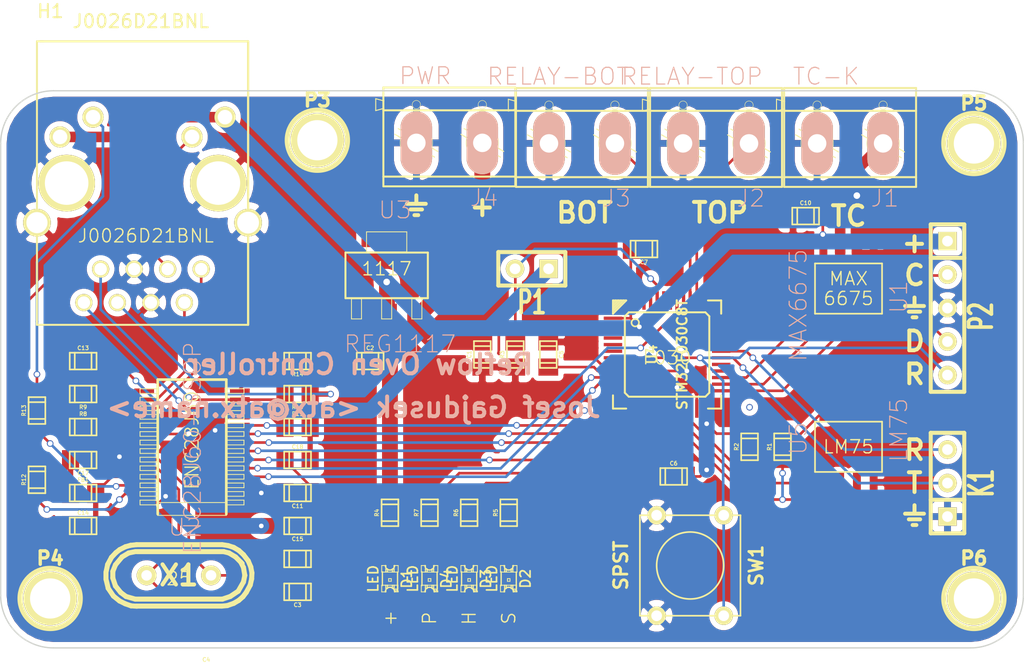
<source format=kicad_pcb>
(kicad_pcb (version 4) (host pcbnew "(2014-jul-16 BZR unknown)-product")
  (layers (0 F.Cu signal) (31 B.Cu signal) (34 B.Paste user) (35 F.Paste user) (36 B.SilkS user) (37 F.SilkS user) (38 B.Mask user) (39 F.Mask user) (44 Edge.Cuts user))
  (net 0 "")
  (net 1 +5V)
  (net 2 GND)
  (net 3 +3.3V)
  (net 4 "Net-(C3-Pad1)")
  (net 5 "Net-(C4-Pad1)")
  (net 6 "Net-(C11-Pad1)")
  (net 7 "Net-(C17-Pad1)")
  (net 8 "Net-(C18-Pad1)")
  (net 9 "Net-(D1-Pad1)")
  (net 10 "Net-(D2-Pad1)")
  (net 11 "Net-(D3-Pad1)")
  (net 12 "Net-(D4-Pad1)")
  (net 13 "Net-(H1-Pad1)")
  (net 14 "Net-(H1-Pad2)")
  (net 15 "Net-(H1-Pad7)")
  (net 16 "Net-(H1-Pad8)")
  (net 17 "Net-(H1-Pad10)")
  (net 18 "Net-(H1-Pad11)")
  (net 19 RELAY-TOP)
  (net 20 RELAY-BOT)
  (net 21 RX)
  (net 22 TX)
  (net 23 SWCLK)
  (net 24 SWDIO)
  (net 25 M-NRST)
  (net 26 LED-SYS)
  (net 27 LED-HEAT)
  (net 28 LED-PRG)
  (net 29 "Net-(R12-Pad2)")
  (net 30 "Net-(R13-Pad2)")
  (net 31 "Net-(R14-Pad1)")
  (net 32 T-SCK)
  (net 33 T-CS)
  (net 34 T-SO)
  (net 35 E-INT)
  (net 36 E-WOL)
  (net 37 E-SO)
  (net 38 E-SI)
  (net 39 E-SCK)
  (net 40 E-CS)
  (net 41 "Net-(U4-Pad4)")
  (net 42 "Net-(U4-Pad6)")
  (net 43 "Net-(U4-Pad2)")
  (net 44 "Net-(U4-Pad3)")
  (net 45 OVERTEMP)
  (net 46 "Net-(U4-Pad28)")
  (net 47 "Net-(U4-Pad29)")
  (net 48 "Net-(U4-Pad32)")
  (net 49 I2C_SCL)
  (net 50 I2C_SDA)
  (net 51 BOOT0)
  (net 52 "Net-(U4-Pad33)")
  (net 53 "Net-(U4-Pad35)")
  (net 54 "Net-(U4-Pad36)")
  (net 55 "Net-(P3-Pad1)")
  (net 56 "Net-(P4-Pad1)")
  (net 57 "Net-(P5-Pad1)")
  (net 58 "Net-(P6-Pad1)")
  (net 59 "Net-(U4-Pad43)")
  (net 60 "Net-(U4-Pad42)")
  (net 61 "Net-(U4-Pad40)")
  (net 62 E-RST)
  (net 63 "Net-(U4-Pad13)")
  (net 64 "Net-(U2-Pad3)")
  (net 65 "Net-(U4-Pad5)")
  (net 66 "Net-(U4-Pad45)")
  (net 67 "Net-(U4-Pad46)")
  (net 68 "Net-(J1-Pad1)")
  (module Discret:SW_PUSH_SMALL (layer F.Cu) (at 70.45 48.7 270)
    (fp_text reference SW1 (at 0 -5 270) (layer F.SilkS) (effects (font (size 1.016 1.016) (thickness 0.2032))))
    (fp_text value SPST (at 0 5.25 270) (layer F.SilkS) (effects (font (size 1.016 1.016) (thickness 0.2032))))
    (pad 1 thru_hole circle (at 3.81 -2.54 270) (size 1.397 1.397) (drill 0.8128) (layers *.Cu *.Mask F.SilkS) (net 25 M-NRST))
    (pad 2 thru_hole circle (at 3.81 2.54 270) (size 1.397 1.397) (drill 0.8128) (layers *.Cu *.Mask F.SilkS) (net 2 GND))
    (pad 1 thru_hole circle (at -3.81 -2.54 270) (size 1.397 1.397) (drill 0.8128) (layers *.Cu *.Mask F.SilkS) (net 25 M-NRST))
    (pad 2 thru_hole circle (at -3.81 2.54 270) (size 1.397 1.397) (drill 0.8128) (layers *.Cu *.Mask F.SilkS) (net 2 GND))
  )
  (module Capacitors_SMD:c_0805 (layer F.Cu) (at 54.7 32.7 90)
    (fp_text reference C1 (at 0 -0.9906 90) (layer F.SilkS) (effects (font (size 0.29972 0.29972) (thickness 0.06096))))
    (fp_text value 1uF hide)
    (pad 1 smd rect (at 0.9525 0 90) (size 1.30048 1.4986) (layers F.Cu F.Paste F.Mask) (net 1 +5V))
    (pad 2 smd rect (at -0.9525 0 90) (size 1.30048 1.4986) (layers F.Cu F.Paste F.Mask) (net 2 GND))
  )
  (module Capacitors_SMD:c_0805 (layer F.Cu) (at 46.2 33.2)
    (fp_text reference C2 (at 0 -0.9906) (layer F.SilkS) (effects (font (size 0.29972 0.29972) (thickness 0.06096))))
    (fp_text value 10uF hide)
    (pad 1 smd rect (at 0.9525 0) (size 1.30048 1.4986) (layers F.Cu F.Paste F.Mask) (net 3 +3.3V))
    (pad 2 smd rect (at -0.9525 0) (size 1.30048 1.4986) (layers F.Cu F.Paste F.Mask) (net 2 GND))
  )
  (module Capacitors_SMD:c_0805 (layer F.Cu) (at 40.7 50.7 180)
    (fp_text reference C3 (at 0 -0.9906 180) (layer F.SilkS) (effects (font (size 0.29972 0.29972) (thickness 0.06096))))
    (fp_text value 22pF hide)
    (pad 1 smd rect (at 0.9525 0 180) (size 1.30048 1.4986) (layers F.Cu F.Paste F.Mask) (net 4 "Net-(C3-Pad1)"))
    (pad 2 smd rect (at -0.9525 0 180) (size 1.30048 1.4986) (layers F.Cu F.Paste F.Mask) (net 2 GND))
  )
  (module Capacitors_SMD:c_0805 (layer F.Cu) (at 40.7 48.2 180)
    (fp_text reference C4 (at 6.92 -7.64 180) (layer F.SilkS) (effects (font (size 0.29972 0.29972) (thickness 0.06096))))
    (fp_text value 22pF hide)
    (pad 1 smd rect (at 0.9525 0 180) (size 1.30048 1.4986) (layers F.Cu F.Paste F.Mask) (net 5 "Net-(C4-Pad1)"))
    (pad 2 smd rect (at -0.9525 0 180) (size 1.30048 1.4986) (layers F.Cu F.Paste F.Mask) (net 2 GND))
  )
  (module Capacitors_SMD:c_0805 (layer F.Cu) (at 59.7 32.7 270)
    (fp_text reference C5 (at 0 -0.9906 270) (layer F.SilkS) (effects (font (size 0.29972 0.29972) (thickness 0.06096))))
    (fp_text value 4.7uF hide)
    (pad 1 smd rect (at 0.9525 0 270) (size 1.30048 1.4986) (layers F.Cu F.Paste F.Mask) (net 3 +3.3V))
    (pad 2 smd rect (at -0.9525 0 270) (size 1.30048 1.4986) (layers F.Cu F.Paste F.Mask) (net 2 GND))
  )
  (module Capacitors_SMD:c_0805 (layer F.Cu) (at 69.2 41.95)
    (fp_text reference C6 (at 0 -0.9906) (layer F.SilkS) (effects (font (size 0.29972 0.29972) (thickness 0.06096))))
    (fp_text value 100nF hide)
    (pad 1 smd rect (at 0.9525 0) (size 1.30048 1.4986) (layers F.Cu F.Paste F.Mask) (net 3 +3.3V))
    (pad 2 smd rect (at -0.9525 0) (size 1.30048 1.4986) (layers F.Cu F.Paste F.Mask) (net 2 GND))
  )
  (module Capacitors_SMD:c_0805 (layer F.Cu) (at 66.95 24.7 180)
    (fp_text reference C7 (at 0 -0.9906 180) (layer F.SilkS) (effects (font (size 0.29972 0.29972) (thickness 0.06096))))
    (fp_text value 100nF hide)
    (pad 1 smd rect (at 0.9525 0 180) (size 1.30048 1.4986) (layers F.Cu F.Paste F.Mask) (net 3 +3.3V))
    (pad 2 smd rect (at -0.9525 0 180) (size 1.30048 1.4986) (layers F.Cu F.Paste F.Mask) (net 2 GND))
  )
  (module Capacitors_SMD:c_0805 (layer F.Cu) (at 79.2 22.2)
    (fp_text reference C10 (at 0 -0.9906) (layer F.SilkS) (effects (font (size 0.29972 0.29972) (thickness 0.06096))))
    (fp_text value 100nF hide)
    (pad 1 smd rect (at 0.9525 0) (size 1.30048 1.4986) (layers F.Cu F.Paste F.Mask) (net 3 +3.3V))
    (pad 2 smd rect (at -0.9525 0) (size 1.30048 1.4986) (layers F.Cu F.Paste F.Mask) (net 2 GND))
  )
  (module Capacitors_SMD:c_0805 (layer F.Cu) (at 40.7 43.2 180)
    (fp_text reference C11 (at 0 -0.9906 180) (layer F.SilkS) (effects (font (size 0.29972 0.29972) (thickness 0.06096))))
    (fp_text value 10uF hide)
    (pad 1 smd rect (at 0.9525 0 180) (size 1.30048 1.4986) (layers F.Cu F.Paste F.Mask) (net 6 "Net-(C11-Pad1)"))
    (pad 2 smd rect (at -0.9525 0 180) (size 1.30048 1.4986) (layers F.Cu F.Paste F.Mask) (net 2 GND))
  )
  (module Capacitors_SMD:c_0805 (layer F.Cu) (at 24.45 33.2)
    (fp_text reference C13 (at 0 -0.9906) (layer F.SilkS) (effects (font (size 0.29972 0.29972) (thickness 0.06096))))
    (fp_text value 100nF hide)
    (pad 1 smd rect (at 0.9525 0) (size 1.30048 1.4986) (layers F.Cu F.Paste F.Mask) (net 3 +3.3V))
    (pad 2 smd rect (at -0.9525 0) (size 1.30048 1.4986) (layers F.Cu F.Paste F.Mask) (net 2 GND))
  )
  (module Capacitors_SMD:c_0805 (layer F.Cu) (at 24.45 45.7)
    (fp_text reference C14 (at 0 -0.9906) (layer F.SilkS) (effects (font (size 0.29972 0.29972) (thickness 0.06096))))
    (fp_text value 100nF hide)
    (pad 1 smd rect (at 0.9525 0) (size 1.30048 1.4986) (layers F.Cu F.Paste F.Mask) (net 3 +3.3V))
    (pad 2 smd rect (at -0.9525 0) (size 1.30048 1.4986) (layers F.Cu F.Paste F.Mask) (net 2 GND))
  )
  (module Capacitors_SMD:c_0805 (layer F.Cu) (at 40.7 45.7 180)
    (fp_text reference C15 (at 0 -0.9906 180) (layer F.SilkS) (effects (font (size 0.29972 0.29972) (thickness 0.06096))))
    (fp_text value 100nF hide)
    (pad 1 smd rect (at 0.9525 0 180) (size 1.30048 1.4986) (layers F.Cu F.Paste F.Mask) (net 3 +3.3V))
    (pad 2 smd rect (at -0.9525 0 180) (size 1.30048 1.4986) (layers F.Cu F.Paste F.Mask) (net 2 GND))
  )
  (module Capacitors_SMD:c_0805 (layer F.Cu) (at 24.45 40.7 180)
    (fp_text reference C17 (at 0 -0.9906 180) (layer F.SilkS) (effects (font (size 0.29972 0.29972) (thickness 0.06096))))
    (fp_text value 100nF hide)
    (pad 1 smd rect (at 0.9525 0 180) (size 1.30048 1.4986) (layers F.Cu F.Paste F.Mask) (net 7 "Net-(C17-Pad1)"))
    (pad 2 smd rect (at -0.9525 0 180) (size 1.30048 1.4986) (layers F.Cu F.Paste F.Mask) (net 2 GND))
  )
  (module Capacitors_SMD:c_0805 (layer F.Cu) (at 40.7 40.7)
    (fp_text reference C18 (at 0 -0.9906) (layer F.SilkS) (effects (font (size 0.29972 0.29972) (thickness 0.06096))))
    (fp_text value 100nF hide)
    (pad 1 smd rect (at 0.9525 0) (size 1.30048 1.4986) (layers F.Cu F.Paste F.Mask) (net 8 "Net-(C18-Pad1)"))
    (pad 2 smd rect (at -0.9525 0) (size 1.30048 1.4986) (layers F.Cu F.Paste F.Mask) (net 2 GND))
  )
  (module LEDs:LED-0805 (layer F.Cu) (at 47.7 49.7 270)
    (fp_text reference D1 (at 0 -1.27 270) (layer F.SilkS) (effects (font (size 0.762 0.762) (thickness 0.127))))
    (fp_text value LED (at 0 1.27 270) (layer F.SilkS) (effects (font (size 0.762 0.762) (thickness 0.127))))
    (pad 1 smd rect (at -1.04902 0 270) (size 1.19888 1.19888) (layers F.Cu F.Paste F.Mask) (net 9 "Net-(D1-Pad1)"))
    (pad 2 smd rect (at 1.04902 0 270) (size 1.19888 1.19888) (layers F.Cu F.Paste F.Mask) (net 2 GND))
  )
  (module LEDs:LED-0805 (layer F.Cu) (at 56.7 49.7 270)
    (fp_text reference D2 (at 0 -1.27 270) (layer F.SilkS) (effects (font (size 0.762 0.762) (thickness 0.127))))
    (fp_text value LED (at 0 1.27 270) (layer F.SilkS) (effects (font (size 0.762 0.762) (thickness 0.127))))
    (pad 1 smd rect (at -1.04902 0 270) (size 1.19888 1.19888) (layers F.Cu F.Paste F.Mask) (net 10 "Net-(D2-Pad1)"))
    (pad 2 smd rect (at 1.04902 0 270) (size 1.19888 1.19888) (layers F.Cu F.Paste F.Mask) (net 2 GND))
  )
  (module LEDs:LED-0805 (layer F.Cu) (at 53.7 49.7 270)
    (fp_text reference D3 (at 0 -1.27 270) (layer F.SilkS) (effects (font (size 0.762 0.762) (thickness 0.127))))
    (fp_text value LED (at 0 1.27 270) (layer F.SilkS) (effects (font (size 0.762 0.762) (thickness 0.127))))
    (pad 1 smd rect (at -1.04902 0 270) (size 1.19888 1.19888) (layers F.Cu F.Paste F.Mask) (net 11 "Net-(D3-Pad1)"))
    (pad 2 smd rect (at 1.04902 0 270) (size 1.19888 1.19888) (layers F.Cu F.Paste F.Mask) (net 2 GND))
  )
  (module LEDs:LED-0805 (layer F.Cu) (at 50.7 49.7 270)
    (fp_text reference D4 (at 0 -1.27 270) (layer F.SilkS) (effects (font (size 0.762 0.762) (thickness 0.127))))
    (fp_text value LED (at 0 1.27 270) (layer F.SilkS) (effects (font (size 0.762 0.762) (thickness 0.127))))
    (pad 1 smd rect (at -1.04902 0 270) (size 1.19888 1.19888) (layers F.Cu F.Paste F.Mask) (net 12 "Net-(D4-Pad1)"))
    (pad 2 smd rect (at 1.04902 0 270) (size 1.19888 1.19888) (layers F.Cu F.Paste F.Mask) (net 2 GND))
  )
  (module Capacitors_SMD:c_0805 (layer F.Cu) (at 24.45 43.2)
    (fp_text reference FB1 (at 0 -0.9906) (layer F.SilkS) (effects (font (size 0.29972 0.29972) (thickness 0.06096))))
    (fp_text value FERRITE_BEAD hide)
    (pad 1 smd rect (at 0.9525 0) (size 1.30048 1.4986) (layers F.Cu F.Paste F.Mask) (net 3 +3.3V))
    (pad 2 smd rect (at -0.9525 0) (size 1.30048 1.4986) (layers F.Cu F.Paste F.Mask) (net 7 "Net-(C17-Pad1)"))
  )
  (module J0026D21BNL:J0026D21BNL (layer F.Cu) (at 20.95 8.95)
    (fp_text reference H1 (at 1.016 -2.286) (layer F.SilkS))
    (fp_text value J0026D21BNL (at 7.874 -1.524) (layer F.SilkS))
    (pad 4 thru_hole circle (at 13.75 10.75) (size 4.3 4.3) (drill 3.3) (layers *.Cu *.Mask F.SilkS) (net 2 GND))
    (pad 4 thru_hole circle (at 2.25 10.75) (size 4.3 4.3) (drill 3.3) (layers *.Cu *.Mask F.SilkS) (net 2 GND))
    (pad 1 thru_hole circle (at 12.446 17.272) (size 1.3 1.3) (drill 0.95) (layers *.Cu *.Mask F.SilkS) (net 13 "Net-(H1-Pad1)"))
    (pad 2 thru_hole circle (at 11.176 19.812) (size 1.3 1.3) (drill 0.95) (layers *.Cu *.Mask F.SilkS) (net 14 "Net-(H1-Pad2)"))
    (pad 3 thru_hole circle (at 9.906 17.272) (size 1.3 1.3) (drill 0.95) (layers *.Cu *.Mask F.SilkS) (net 7 "Net-(C17-Pad1)"))
    (pad 4 thru_hole circle (at 8.636 19.812) (size 1.3 1.3) (drill 0.95) (layers *.Cu *.Mask F.SilkS) (net 2 GND))
    (pad 5 thru_hole circle (at 7.366 17.272) (size 1.3 1.3) (drill 0.95) (layers *.Cu *.Mask F.SilkS) (net 2 GND))
    (pad 6 thru_hole circle (at 6.096 19.812) (size 1.3 1.3) (drill 0.95) (layers *.Cu *.Mask F.SilkS) (net 8 "Net-(C18-Pad1)"))
    (pad 7 thru_hole circle (at 4.826 17.272) (size 1.3 1.3) (drill 0.95) (layers *.Cu *.Mask F.SilkS) (net 15 "Net-(H1-Pad7)"))
    (pad 8 thru_hole circle (at 3.556 19.812) (size 1.3 1.3) (drill 0.95) (layers *.Cu *.Mask F.SilkS) (net 16 "Net-(H1-Pad8)"))
    (pad 10 thru_hole circle (at 11.75 7.25) (size 1.6 1.6) (drill 1.1) (layers *.Cu *.Mask F.SilkS) (net 17 "Net-(H1-Pad10)"))
    (pad 9 thru_hole circle (at 14.25 5.75) (size 1.6 1.6) (drill 1.1) (layers *.Cu *.Mask F.SilkS) (net 3 +3.3V))
    (pad 12 thru_hole circle (at 1.75 7.25) (size 1.6 1.6) (drill 1.1) (layers *.Cu *.Mask F.SilkS) (net 3 +3.3V))
    (pad 11 thru_hole circle (at 4.25 5.75) (size 1.6 1.6) (drill 1.1) (layers *.Cu *.Mask F.SilkS) (net 18 "Net-(H1-Pad11)"))
    (pad 4 thru_hole circle (at 16 13.75) (size 2.1 2.1) (drill 1.65) (layers *.Cu *.Mask F.SilkS) (net 2 GND))
    (pad 4 thru_hole circle (at 0 13.75) (size 2.1 2.1) (drill 1.6) (layers *.Cu *.Mask F.SilkS) (net 2 GND))
  )
  (module Dangerous_Prototypes:dp_devices-TERMINAL_BLOCK_2P_5 (layer F.Cu) (at 82.57 16.24)
    (fp_text reference J1 (at 2.63398 4.61264) (layer B.SilkS) (effects (font (size 1.27 1.27) (thickness 0.0889))))
    (fp_text value TC-K (at -1.82372 -4.63296) (layer B.SilkS) (effects (font (size 1.27 1.27) (thickness 0.0889))))
    (pad 1 thru_hole oval (at 2.49936 0.44958) (size 2.37998 4.75996) (drill 1.39954) (layers *.Cu *.Paste *.SilkS *.Mask) (net 68 "Net-(J1-Pad1)"))
    (pad 2 thru_hole oval (at -2.49936 0.44958) (size 2.37998 4.75996) (drill 1.39954) (layers *.Cu *.Paste *.SilkS *.Mask) (net 2 GND))
  )
  (module Dangerous_Prototypes:dp_devices-TERMINAL_BLOCK_2P_5 (layer F.Cu) (at 72.41 16.24)
    (fp_text reference J2 (at 2.63398 4.61264) (layer B.SilkS) (effects (font (size 1.27 1.27) (thickness 0.0889))))
    (fp_text value RELAY-TOP (at -1.82372 -4.63296) (layer B.SilkS) (effects (font (size 1.27 1.27) (thickness 0.0889))))
    (pad 1 thru_hole oval (at 2.49936 0.44958) (size 2.37998 4.75996) (drill 1.39954) (layers *.Cu *.Paste *.SilkS *.Mask) (net 19 RELAY-TOP))
    (pad 2 thru_hole oval (at -2.49936 0.44958) (size 2.37998 4.75996) (drill 1.39954) (layers *.Cu *.Paste *.SilkS *.Mask) (net 2 GND))
  )
  (module Dangerous_Prototypes:dp_devices-TERMINAL_BLOCK_2P_5 (layer F.Cu) (at 62.25 16.24)
    (fp_text reference J3 (at 2.63398 4.61264) (layer B.SilkS) (effects (font (size 1.27 1.27) (thickness 0.0889))))
    (fp_text value RELAY-BOT (at -1.82372 -4.63296) (layer B.SilkS) (effects (font (size 1.27 1.27) (thickness 0.0889))))
    (pad 1 thru_hole oval (at 2.49936 0.44958) (size 2.37998 4.75996) (drill 1.39954) (layers *.Cu *.Paste *.SilkS *.Mask) (net 20 RELAY-BOT))
    (pad 2 thru_hole oval (at -2.49936 0.44958) (size 2.37998 4.75996) (drill 1.39954) (layers *.Cu *.Paste *.SilkS *.Mask) (net 2 GND))
  )
  (module Connect:SIL-3 (layer F.Cu) (at 89.95 42.45 90)
    (fp_text reference K1 (at 0 2.57 90) (layer F.SilkS) (effects (font (size 1.7907 1.07696) (thickness 0.3048))))
    (fp_text value CONN_3 hide)
    (pad 1 thru_hole rect (at -2.54 0 90) (size 1.397 1.397) (drill 0.8128) (layers *.Cu *.Mask F.SilkS) (net 2 GND))
    (pad 2 thru_hole circle (at 0 0 90) (size 1.397 1.397) (drill 0.8128) (layers *.Cu *.Mask F.SilkS) (net 22 TX))
    (pad 3 thru_hole circle (at 2.54 0 90) (size 1.397 1.397) (drill 0.8128) (layers *.Cu *.Mask F.SilkS) (net 21 RX))
  )
  (module Connect:SIL-2 (layer F.Cu) (at 58.45 26.2 180)
    (fp_text reference P1 (at 0 -2.54 180) (layer F.SilkS) (effects (font (size 1.72974 1.08712) (thickness 0.3048))))
    (fp_text value CONN_2 hide)
    (pad 1 thru_hole rect (at -1.27 0 180) (size 1.397 1.397) (drill 0.8128) (layers *.Cu *.Mask F.SilkS) (net 3 +3.3V))
    (pad 2 thru_hole circle (at 1.27 0 180) (size 1.397 1.397) (drill 0.8128) (layers *.Cu *.Mask F.SilkS) (net 51 BOOT0))
  )
  (module Capacitors_SMD:c_0805 (layer F.Cu) (at 77.45 39.7 90)
    (fp_text reference R1 (at 0 -0.9906 90) (layer F.SilkS) (effects (font (size 0.29972 0.29972) (thickness 0.06096))))
    (fp_text value 1k8 hide)
    (pad 1 smd rect (at 0.9525 0 90) (size 1.30048 1.4986) (layers F.Cu F.Paste F.Mask) (net 3 +3.3V))
    (pad 2 smd rect (at -0.9525 0 90) (size 1.30048 1.4986) (layers F.Cu F.Paste F.Mask) (net 49 I2C_SCL))
  )
  (module Capacitors_SMD:c_0805 (layer F.Cu) (at 74.95 39.7 90)
    (fp_text reference R2 (at 0 -0.9906 90) (layer F.SilkS) (effects (font (size 0.29972 0.29972) (thickness 0.06096))))
    (fp_text value 1k8 hide)
    (pad 1 smd rect (at 0.9525 0 90) (size 1.30048 1.4986) (layers F.Cu F.Paste F.Mask) (net 3 +3.3V))
    (pad 2 smd rect (at -0.9525 0 90) (size 1.30048 1.4986) (layers F.Cu F.Paste F.Mask) (net 50 I2C_SDA))
  )
  (module Capacitors_SMD:c_0805 (layer F.Cu) (at 57.2 32.7 90)
    (fp_text reference R3 (at 0 -0.9906 90) (layer F.SilkS) (effects (font (size 0.29972 0.29972) (thickness 0.06096))))
    (fp_text value 10k hide)
    (pad 1 smd rect (at 0.9525 0 90) (size 1.30048 1.4986) (layers F.Cu F.Paste F.Mask) (net 51 BOOT0))
    (pad 2 smd rect (at -0.9525 0 90) (size 1.30048 1.4986) (layers F.Cu F.Paste F.Mask) (net 2 GND))
  )
  (module Capacitors_SMD:c_0805 (layer F.Cu) (at 47.7 44.7 90)
    (fp_text reference R4 (at 0 -0.9906 90) (layer F.SilkS) (effects (font (size 0.29972 0.29972) (thickness 0.06096))))
    (fp_text value R hide)
    (pad 1 smd rect (at 0.9525 0 90) (size 1.30048 1.4986) (layers F.Cu F.Paste F.Mask) (net 3 +3.3V))
    (pad 2 smd rect (at -0.9525 0 90) (size 1.30048 1.4986) (layers F.Cu F.Paste F.Mask) (net 9 "Net-(D1-Pad1)"))
  )
  (module Capacitors_SMD:c_0805 (layer F.Cu) (at 56.7 44.7 90)
    (fp_text reference R5 (at 0 -0.9906 90) (layer F.SilkS) (effects (font (size 0.29972 0.29972) (thickness 0.06096))))
    (fp_text value R hide)
    (pad 1 smd rect (at 0.9525 0 90) (size 1.30048 1.4986) (layers F.Cu F.Paste F.Mask) (net 26 LED-SYS))
    (pad 2 smd rect (at -0.9525 0 90) (size 1.30048 1.4986) (layers F.Cu F.Paste F.Mask) (net 10 "Net-(D2-Pad1)"))
  )
  (module Capacitors_SMD:c_0805 (layer F.Cu) (at 53.7 44.7 90)
    (fp_text reference R6 (at 0 -0.9906 90) (layer F.SilkS) (effects (font (size 0.29972 0.29972) (thickness 0.06096))))
    (fp_text value R hide)
    (pad 1 smd rect (at 0.9525 0 90) (size 1.30048 1.4986) (layers F.Cu F.Paste F.Mask) (net 27 LED-HEAT))
    (pad 2 smd rect (at -0.9525 0 90) (size 1.30048 1.4986) (layers F.Cu F.Paste F.Mask) (net 11 "Net-(D3-Pad1)"))
  )
  (module Capacitors_SMD:c_0805 (layer F.Cu) (at 50.7 44.7 90)
    (fp_text reference R7 (at 0 -0.9906 90) (layer F.SilkS) (effects (font (size 0.29972 0.29972) (thickness 0.06096))))
    (fp_text value R hide)
    (pad 1 smd rect (at 0.9525 0 90) (size 1.30048 1.4986) (layers F.Cu F.Paste F.Mask) (net 28 LED-PRG))
    (pad 2 smd rect (at -0.9525 0 90) (size 1.30048 1.4986) (layers F.Cu F.Paste F.Mask) (net 12 "Net-(D4-Pad1)"))
  )
  (module Capacitors_SMD:c_0805 (layer F.Cu) (at 24.45 38.2)
    (fp_text reference R8 (at 0 -0.9906) (layer F.SilkS) (effects (font (size 0.29972 0.29972) (thickness 0.06096))))
    (fp_text value "49.9 1%" hide)
    (pad 1 smd rect (at 0.9525 0) (size 1.30048 1.4986) (layers F.Cu F.Paste F.Mask) (net 13 "Net-(H1-Pad1)"))
    (pad 2 smd rect (at -0.9525 0) (size 1.30048 1.4986) (layers F.Cu F.Paste F.Mask) (net 7 "Net-(C17-Pad1)"))
  )
  (module Capacitors_SMD:c_0805 (layer F.Cu) (at 24.45 35.7 180)
    (fp_text reference R9 (at 0 -0.9906 180) (layer F.SilkS) (effects (font (size 0.29972 0.29972) (thickness 0.06096))))
    (fp_text value "49.9 1%" hide)
    (pad 1 smd rect (at 0.9525 0 180) (size 1.30048 1.4986) (layers F.Cu F.Paste F.Mask) (net 7 "Net-(C17-Pad1)"))
    (pad 2 smd rect (at -0.9525 0 180) (size 1.30048 1.4986) (layers F.Cu F.Paste F.Mask) (net 14 "Net-(H1-Pad2)"))
  )
  (module Capacitors_SMD:c_0805 (layer F.Cu) (at 40.7 35.7 180)
    (fp_text reference R10 (at 0 -0.9906 180) (layer F.SilkS) (effects (font (size 0.29972 0.29972) (thickness 0.06096))))
    (fp_text value "49.9 1%" hide)
    (pad 1 smd rect (at 0.9525 0 180) (size 1.30048 1.4986) (layers F.Cu F.Paste F.Mask) (net 15 "Net-(H1-Pad7)"))
    (pad 2 smd rect (at -0.9525 0 180) (size 1.30048 1.4986) (layers F.Cu F.Paste F.Mask) (net 8 "Net-(C18-Pad1)"))
  )
  (module Capacitors_SMD:c_0805 (layer F.Cu) (at 40.7 38.2)
    (fp_text reference R11 (at 0 -0.9906) (layer F.SilkS) (effects (font (size 0.29972 0.29972) (thickness 0.06096))))
    (fp_text value "49.9 1%" hide)
    (pad 1 smd rect (at 0.9525 0) (size 1.30048 1.4986) (layers F.Cu F.Paste F.Mask) (net 8 "Net-(C18-Pad1)"))
    (pad 2 smd rect (at -0.9525 0) (size 1.30048 1.4986) (layers F.Cu F.Paste F.Mask) (net 16 "Net-(H1-Pad8)"))
  )
  (module Capacitors_SMD:c_0805 (layer F.Cu) (at 20.95 42.2 90)
    (fp_text reference R12 (at 0 -0.9906 90) (layer F.SilkS) (effects (font (size 0.29972 0.29972) (thickness 0.06096))))
    (fp_text value 120 hide)
    (pad 1 smd rect (at 0.9525 0 90) (size 1.30048 1.4986) (layers F.Cu F.Paste F.Mask) (net 17 "Net-(H1-Pad10)"))
    (pad 2 smd rect (at -0.9525 0 90) (size 1.30048 1.4986) (layers F.Cu F.Paste F.Mask) (net 29 "Net-(R12-Pad2)"))
  )
  (module Capacitors_SMD:c_0805 (layer F.Cu) (at 20.95 36.95 90)
    (fp_text reference R13 (at 0 -0.9906 90) (layer F.SilkS) (effects (font (size 0.29972 0.29972) (thickness 0.06096))))
    (fp_text value 120 hide)
    (pad 1 smd rect (at 0.9525 0 90) (size 1.30048 1.4986) (layers F.Cu F.Paste F.Mask) (net 18 "Net-(H1-Pad11)"))
    (pad 2 smd rect (at -0.9525 0 90) (size 1.30048 1.4986) (layers F.Cu F.Paste F.Mask) (net 30 "Net-(R13-Pad2)"))
  )
  (module Capacitors_SMD:c_0805 (layer F.Cu) (at 40.7 33.2 180)
    (fp_text reference R14 (at 0 -0.9906 180) (layer F.SilkS) (effects (font (size 0.29972 0.29972) (thickness 0.06096))))
    (fp_text value 2k32 hide)
    (pad 1 smd rect (at 0.9525 0 180) (size 1.30048 1.4986) (layers F.Cu F.Paste F.Mask) (net 31 "Net-(R14-Pad1)"))
    (pad 2 smd rect (at -0.9525 0 180) (size 1.30048 1.4986) (layers F.Cu F.Paste F.Mask) (net 2 GND))
  )
  (module Dangerous_Prototypes:dp_devices-SO-8 (layer F.Cu) (at 82.45 27.7 180)
    (fp_text reference U1 (at -3.81 -0.635 270) (layer B.SilkS) (effects (font (size 1.27 1.27) (thickness 0.0889))))
    (fp_text value MAX6675 (at 3.81 -1.27 270) (layer B.SilkS) (effects (font (size 1.27 1.27) (thickness 0.0889))))
    (pad 1 smd rect (at -1.905 2.68986 180) (size 0.59944 1.5494) (layers F.Cu F.Paste F.Mask) (net 2 GND))
    (pad 2 smd rect (at -0.635 2.68986 180) (size 0.59944 1.5494) (layers F.Cu F.Paste F.Mask) (net 2 GND))
    (pad 3 smd rect (at 0.635 2.68986 180) (size 0.59944 1.5494) (layers F.Cu F.Paste F.Mask) (net 68 "Net-(J1-Pad1)"))
    (pad 4 smd rect (at 1.905 2.68986 180) (size 0.59944 1.5494) (layers F.Cu F.Paste F.Mask) (net 3 +3.3V))
    (pad 5 smd rect (at 1.905 -2.70764 180) (size 0.59944 1.5494) (layers F.Cu F.Paste F.Mask) (net 32 T-SCK))
    (pad 6 smd rect (at 0.635 -2.70764 180) (size 0.59944 1.5494) (layers F.Cu F.Paste F.Mask) (net 33 T-CS))
    (pad 7 smd rect (at -0.635 -2.70764 180) (size 0.59944 1.5494) (layers F.Cu F.Paste F.Mask) (net 34 T-SO))
    (pad 8 smd rect (at -1.905 -2.70764 180) (size 0.59944 1.5494) (layers F.Cu F.Paste F.Mask))
  )
  (module Oshec_ENC28J60:microchip-enc28j60-SSOP28 (layer F.Cu) (at 32.7 39.7 90)
    (fp_text reference U2 (at -6.1087 -0.54356 180) (layer B.SilkS) (effects (font (size 1.27 1.27) (thickness 0.0889))))
    (fp_text value ENC28J60-SSOP (at -0.0889 0.04318 90) (layer B.SilkS) (effects (font (size 1.27 1.27) (thickness 0.0889))))
    (pad 1 smd rect (at -4.22402 3.62458 90) (size 0.39878 1.4986) (layers F.Cu F.Paste F.Mask) (net 6 "Net-(C11-Pad1)"))
    (pad 2 smd rect (at -3.57378 3.62458 90) (size 0.39878 1.4986) (layers F.Cu F.Paste F.Mask) (net 2 GND))
    (pad 3 smd rect (at -2.92354 3.62458 90) (size 0.39878 1.4986) (layers F.Cu F.Paste F.Mask) (net 64 "Net-(U2-Pad3)"))
    (pad 4 smd rect (at -2.2733 3.62458 90) (size 0.39878 1.4986) (layers F.Cu F.Paste F.Mask) (net 35 E-INT))
    (pad 5 smd rect (at -1.62306 3.62458 90) (size 0.39878 1.4986) (layers F.Cu F.Paste F.Mask) (net 36 E-WOL))
    (pad 6 smd rect (at -0.97282 3.62458 90) (size 0.39878 1.4986) (layers F.Cu F.Paste F.Mask) (net 37 E-SO))
    (pad 7 smd rect (at -0.32258 3.62458 90) (size 0.39878 1.4986) (layers F.Cu F.Paste F.Mask) (net 38 E-SI))
    (pad 8 smd rect (at 0.32258 3.62458 90) (size 0.39878 1.4986) (layers F.Cu F.Paste F.Mask) (net 39 E-SCK))
    (pad 9 smd rect (at 0.97282 3.62458 90) (size 0.39878 1.4986) (layers F.Cu F.Paste F.Mask) (net 40 E-CS))
    (pad 10 smd rect (at 1.62306 3.62458 90) (size 0.39878 1.4986) (layers F.Cu F.Paste F.Mask) (net 62 E-RST))
    (pad 11 smd rect (at 2.2733 3.62458 90) (size 0.39878 1.4986) (layers F.Cu F.Paste F.Mask) (net 2 GND))
    (pad 12 smd rect (at 2.92354 3.62458 90) (size 0.39878 1.4986) (layers F.Cu F.Paste F.Mask) (net 16 "Net-(H1-Pad8)"))
    (pad 13 smd rect (at 3.57378 3.62458 90) (size 0.39878 1.4986) (layers F.Cu F.Paste F.Mask) (net 15 "Net-(H1-Pad7)"))
    (pad 14 smd rect (at 4.22402 3.62458 90) (size 0.39878 1.4986) (layers F.Cu F.Paste F.Mask) (net 31 "Net-(R14-Pad1)"))
    (pad 15 smd rect (at 4.22402 -3.62458 90) (size 0.39878 1.4986) (layers F.Cu F.Paste F.Mask) (net 3 +3.3V))
    (pad 16 smd rect (at 3.57378 -3.62458 90) (size 0.39878 1.4986) (layers F.Cu F.Paste F.Mask) (net 14 "Net-(H1-Pad2)"))
    (pad 17 smd rect (at 2.92354 -3.62458 90) (size 0.39878 1.4986) (layers F.Cu F.Paste F.Mask) (net 13 "Net-(H1-Pad1)"))
    (pad 18 smd rect (at 2.2733 -3.62458 90) (size 0.39878 1.4986) (layers F.Cu F.Paste F.Mask) (net 2 GND))
    (pad 19 smd rect (at 1.62306 -3.62458 90) (size 0.39878 1.4986) (layers F.Cu F.Paste F.Mask) (net 3 +3.3V))
    (pad 20 smd rect (at 0.97282 -3.62458 90) (size 0.39878 1.4986) (layers F.Cu F.Paste F.Mask) (net 3 +3.3V))
    (pad 21 smd rect (at 0.32258 -3.62458 90) (size 0.39878 1.4986) (layers F.Cu F.Paste F.Mask) (net 2 GND))
    (pad 22 smd rect (at -0.32258 -3.62458 90) (size 0.39878 1.4986) (layers F.Cu F.Paste F.Mask) (net 2 GND))
    (pad 23 smd rect (at -0.97282 -3.62458 90) (size 0.39878 1.4986) (layers F.Cu F.Paste F.Mask) (net 5 "Net-(C4-Pad1)"))
    (pad 24 smd rect (at -1.62306 -3.62458 90) (size 0.39878 1.4986) (layers F.Cu F.Paste F.Mask) (net 4 "Net-(C3-Pad1)"))
    (pad 25 smd rect (at -2.2733 -3.62458 90) (size 0.39878 1.4986) (layers F.Cu F.Paste F.Mask) (net 3 +3.3V))
    (pad 26 smd rect (at -2.92354 -3.62458 90) (size 0.39878 1.4986) (layers F.Cu F.Paste F.Mask) (net 30 "Net-(R13-Pad2)"))
    (pad 27 smd rect (at -3.57378 -3.62458 90) (size 0.39878 1.4986) (layers F.Cu F.Paste F.Mask) (net 29 "Net-(R12-Pad2)"))
    (pad 28 smd rect (at -4.22402 -3.62458 90) (size 0.39878 1.4986) (layers F.Cu F.Paste F.Mask) (net 3 +3.3V))
  )
  (module Oshec_Burr_Brown_3:burr-brown-3-SOT223 (layer F.Cu) (at 47.45 26.7)
    (fp_text reference U3 (at 0.635 -4.953) (layer B.SilkS) (effects (font (size 1.27 1.27) (thickness 0.0889))))
    (fp_text value REG1117 (at 1.016 5.207) (layer B.SilkS) (effects (font (size 1.27 1.27) (thickness 0.0889))))
    (pad 1 smd rect (at -2.2606 3.1496) (size 1.4986 2.0066) (layers F.Cu F.Paste F.Mask) (net 2 GND))
    (pad 2 smd rect (at 0.0254 3.1496) (size 1.4986 2.0066) (layers F.Cu F.Paste F.Mask) (net 3 +3.3V))
    (pad 3 smd rect (at 2.3114 3.1496) (size 1.4986 2.0066) (layers F.Cu F.Paste F.Mask) (net 1 +5V))
    (pad 4 smd rect (at 0 -3.1496) (size 3.81 2.0066) (layers F.Cu F.Paste F.Mask))
  )
  (module Housings_QFP:lqfp-48 (layer F.Cu) (at 68.7 32.7 270)
    (fp_text reference U4 (at 0 1.143 270) (layer F.SilkS) (effects (font (size 0.7493 0.7493) (thickness 0.14986))))
    (fp_text value STM32F030C8T (at 0 -1.143 270) (layer F.SilkS) (effects (font (size 0.7493 0.7493) (thickness 0.14986))))
    (pad 4 smd rect (at -1.24968 4.09956 270) (size 0.25 1.4) (layers F.Cu F.Paste F.Mask) (net 41 "Net-(U4-Pad4)"))
    (pad 5 smd rect (at -0.7493 4.09956 270) (size 0.25 1.4) (layers F.Cu F.Paste F.Mask) (net 65 "Net-(U4-Pad5)"))
    (pad 6 smd rect (at -0.24892 4.09956 270) (size 0.25 1.4) (layers F.Cu F.Paste F.Mask) (net 42 "Net-(U4-Pad6)"))
    (pad 7 smd rect (at 0.24892 4.09956 270) (size 0.25 1.4) (layers F.Cu F.Paste F.Mask) (net 25 M-NRST))
    (pad 8 smd rect (at 0.7493 4.09956 270) (size 0.25 1.4) (layers F.Cu F.Paste F.Mask) (net 2 GND))
    (pad 1 smd rect (at -2.75082 4.09956 270) (size 0.25 1.4) (layers F.Cu F.Paste F.Mask) (net 3 +3.3V))
    (pad 2 smd rect (at -2.25044 4.09956 270) (size 0.25 1.4) (layers F.Cu F.Paste F.Mask) (net 43 "Net-(U4-Pad2)"))
    (pad 3 smd rect (at -1.75006 4.09956 270) (size 0.25 1.4) (layers F.Cu F.Paste F.Mask) (net 44 "Net-(U4-Pad3)"))
    (pad 13 smd rect (at 4.09956 2.75082) (size 0.25 1.4) (layers F.Cu F.Paste F.Mask) (net 63 "Net-(U4-Pad13)"))
    (pad 14 smd rect (at 4.09956 2.25044) (size 0.25 1.4) (layers F.Cu F.Paste F.Mask) (net 40 E-CS))
    (pad 15 smd rect (at 4.09956 1.75006) (size 0.25 1.4) (layers F.Cu F.Paste F.Mask) (net 39 E-SCK))
    (pad 16 smd rect (at 4.09956 1.24968) (size 0.25 1.4) (layers F.Cu F.Paste F.Mask) (net 37 E-SO))
    (pad 17 smd rect (at 4.09956 0.7493) (size 0.25 1.4) (layers F.Cu F.Paste F.Mask) (net 28 LED-PRG))
    (pad 18 smd rect (at 4.09956 0.24892) (size 0.25 1.4) (layers F.Cu F.Paste F.Mask) (net 27 LED-HEAT))
    (pad 19 smd rect (at 4.09956 -0.24892) (size 0.25 1.4) (layers F.Cu F.Paste F.Mask) (net 26 LED-SYS))
    (pad 20 smd rect (at 4.09956 -0.7493) (size 0.25 1.4) (layers F.Cu F.Paste F.Mask) (net 45 OVERTEMP))
    (pad 25 smd rect (at 2.75082 -4.09956 270) (size 0.25 1.4) (layers F.Cu F.Paste F.Mask) (net 33 T-CS))
    (pad 26 smd rect (at 2.25044 -4.09956 270) (size 0.25 1.4) (layers F.Cu F.Paste F.Mask) (net 32 T-SCK))
    (pad 27 smd rect (at 1.75006 -4.09956 270) (size 0.25 1.4) (layers F.Cu F.Paste F.Mask) (net 34 T-SO))
    (pad 28 smd rect (at 1.24968 -4.09956 270) (size 0.25 1.4) (layers F.Cu F.Paste F.Mask) (net 46 "Net-(U4-Pad28)"))
    (pad 29 smd rect (at 0.7493 -4.09956 270) (size 0.25 1.4) (layers F.Cu F.Paste F.Mask) (net 47 "Net-(U4-Pad29)"))
    (pad 30 smd rect (at 0.24892 -4.09956 270) (size 0.25 1.4) (layers F.Cu F.Paste F.Mask) (net 22 TX))
    (pad 31 smd rect (at -0.24892 -4.09956 270) (size 0.25 1.4) (layers F.Cu F.Paste F.Mask) (net 21 RX))
    (pad 32 smd rect (at -0.7493 -4.09956 270) (size 0.25 1.4) (layers F.Cu F.Paste F.Mask) (net 48 "Net-(U4-Pad32)"))
    (pad 37 smd rect (at -4.09956 -2.75082) (size 0.25 1.4) (layers F.Cu F.Paste F.Mask) (net 23 SWCLK))
    (pad 38 smd rect (at -4.09956 -2.25044) (size 0.25 1.4) (layers F.Cu F.Paste F.Mask) (net 19 RELAY-TOP))
    (pad 39 smd rect (at -4.09956 -1.75006) (size 0.25 1.4) (layers F.Cu F.Paste F.Mask) (net 20 RELAY-BOT))
    (pad 40 smd rect (at -4.09956 -1.24968) (size 0.25 1.4) (layers F.Cu F.Paste F.Mask) (net 61 "Net-(U4-Pad40)"))
    (pad 41 smd rect (at -4.09956 -0.7493) (size 0.25 1.4) (layers F.Cu F.Paste F.Mask) (net 38 E-SI))
    (pad 42 smd rect (at -4.09956 -0.24892) (size 0.25 1.4) (layers F.Cu F.Paste F.Mask) (net 60 "Net-(U4-Pad42)"))
    (pad 43 smd rect (at -4.09956 0.24892) (size 0.25 1.4) (layers F.Cu F.Paste F.Mask) (net 59 "Net-(U4-Pad43)"))
    (pad 44 smd rect (at -4.09956 0.7493) (size 0.25 1.4) (layers F.Cu F.Paste F.Mask) (net 51 BOOT0))
    (pad 9 smd rect (at 1.24968 4.09956 270) (size 0.25 1.4) (layers F.Cu F.Paste F.Mask) (net 3 +3.3V))
    (pad 10 smd rect (at 1.75006 4.09956 270) (size 0.25 1.4) (layers F.Cu F.Paste F.Mask) (net 36 E-WOL))
    (pad 11 smd rect (at 2.25044 4.09956 270) (size 0.25 1.4) (layers F.Cu F.Paste F.Mask) (net 35 E-INT))
    (pad 12 smd rect (at 2.75082 4.09956 270) (size 0.25 1.4) (layers F.Cu F.Paste F.Mask) (net 62 E-RST))
    (pad 21 smd rect (at 4.09956 -1.24968) (size 0.25 1.4) (layers F.Cu F.Paste F.Mask) (net 49 I2C_SCL))
    (pad 22 smd rect (at 4.09956 -1.75006) (size 0.25 1.4) (layers F.Cu F.Paste F.Mask) (net 50 I2C_SDA))
    (pad 23 smd rect (at 4.09956 -2.25044) (size 0.25 1.4) (layers F.Cu F.Paste F.Mask) (net 2 GND))
    (pad 24 smd rect (at 4.09956 -2.75082) (size 0.25 1.4) (layers F.Cu F.Paste F.Mask) (net 3 +3.3V))
    (pad 33 smd rect (at -1.24968 -4.09956 270) (size 0.25 1.4) (layers F.Cu F.Paste F.Mask) (net 52 "Net-(U4-Pad33)"))
    (pad 34 smd rect (at -1.75006 -4.09956 270) (size 0.25 1.4) (layers F.Cu F.Paste F.Mask) (net 24 SWDIO))
    (pad 35 smd rect (at -2.25044 -4.09956 270) (size 0.25 1.4) (layers F.Cu F.Paste F.Mask) (net 53 "Net-(U4-Pad35)"))
    (pad 36 smd rect (at -2.75082 -4.09956 270) (size 0.25 1.4) (layers F.Cu F.Paste F.Mask) (net 54 "Net-(U4-Pad36)"))
    (pad 45 smd rect (at -4.09956 1.24968) (size 0.25 1.4) (layers F.Cu F.Paste F.Mask) (net 66 "Net-(U4-Pad45)"))
    (pad 46 smd rect (at -4.09956 1.75006) (size 0.25 1.4) (layers F.Cu F.Paste F.Mask) (net 67 "Net-(U4-Pad46)"))
    (pad 47 smd rect (at -4.09956 2.25044) (size 0.25 1.4) (layers F.Cu F.Paste F.Mask) (net 2 GND))
    (pad 48 smd rect (at -4.09956 2.75082) (size 0.25 1.4) (layers F.Cu F.Paste F.Mask) (net 3 +3.3V))
  )
  (module Dangerous_Prototypes:dp_devices-SO-8 (layer F.Cu) (at 82.45 39.7)
    (fp_text reference U5 (at -3.81 -0.635 90) (layer B.SilkS) (effects (font (size 1.27 1.27) (thickness 0.0889))))
    (fp_text value LM75 (at 3.81 -1.27 90) (layer B.SilkS) (effects (font (size 1.27 1.27) (thickness 0.0889))))
    (pad 1 smd rect (at -1.905 2.68986) (size 0.59944 1.5494) (layers F.Cu F.Paste F.Mask) (net 50 I2C_SDA))
    (pad 2 smd rect (at -0.635 2.68986) (size 0.59944 1.5494) (layers F.Cu F.Paste F.Mask) (net 49 I2C_SCL))
    (pad 3 smd rect (at 0.635 2.68986) (size 0.59944 1.5494) (layers F.Cu F.Paste F.Mask) (net 45 OVERTEMP))
    (pad 4 smd rect (at 1.905 2.68986) (size 0.59944 1.5494) (layers F.Cu F.Paste F.Mask) (net 2 GND))
    (pad 5 smd rect (at 1.905 -2.70764) (size 0.59944 1.5494) (layers F.Cu F.Paste F.Mask) (net 2 GND))
    (pad 6 smd rect (at 0.635 -2.70764) (size 0.59944 1.5494) (layers F.Cu F.Paste F.Mask) (net 2 GND))
    (pad 7 smd rect (at -0.635 -2.70764) (size 0.59944 1.5494) (layers F.Cu F.Paste F.Mask) (net 2 GND))
    (pad 8 smd rect (at -1.905 -2.70764) (size 0.59944 1.5494) (layers F.Cu F.Paste F.Mask) (net 3 +3.3V))
  )
  (module Crystals:Crystal_HC49-U_Vertical (layer F.Cu) (at 31.7 49.45)
    (fp_text reference X1 (at 0 0) (layer F.SilkS) (effects (font (thickness 0.3048))))
    (fp_text value 25MHz hide)
    (pad 1 thru_hole circle (at -2.44094 0) (size 1.50114 1.50114) (drill 0.8001) (layers *.Cu *.Mask F.SilkS) (net 4 "Net-(C3-Pad1)"))
    (pad 2 thru_hole circle (at 2.44094 0) (size 1.50114 1.50114) (drill 0.8001) (layers *.Cu *.Mask F.SilkS) (net 5 "Net-(C4-Pad1)"))
  )
  (module Connect:1pin (layer F.Cu) (at 42.2 16.45)
    (fp_text reference P3 (at 0 -3.048) (layer F.SilkS) (effects (font (size 1.016 1.016) (thickness 0.254))))
    (fp_text value CONN_1 hide)
    (pad 1 thru_hole circle (at 0 0) (size 4.064 4.064) (drill 3.048) (layers *.Cu *.Mask F.SilkS) (net 55 "Net-(P3-Pad1)"))
  )
  (module Connect:1pin (layer F.Cu) (at 21.95 51.2)
    (fp_text reference P4 (at 0 -3.048) (layer F.SilkS) (effects (font (size 1.016 1.016) (thickness 0.254))))
    (fp_text value CONN_1 hide)
    (pad 1 thru_hole circle (at 0 0) (size 4.064 4.064) (drill 3.048) (layers *.Cu *.Mask F.SilkS) (net 56 "Net-(P4-Pad1)"))
  )
  (module Connect:1pin (layer F.Cu) (at 91.95 16.7)
    (fp_text reference P5 (at 0 -3.048) (layer F.SilkS) (effects (font (size 1.016 1.016) (thickness 0.254))))
    (fp_text value CONN_1 hide)
    (pad 1 thru_hole circle (at 0 0) (size 4.064 4.064) (drill 3.048) (layers *.Cu *.Mask F.SilkS) (net 57 "Net-(P5-Pad1)"))
  )
  (module Connect:1pin (layer F.Cu) (at 91.95 51.2)
    (fp_text reference P6 (at 0 -3.048) (layer F.SilkS) (effects (font (size 1.016 1.016) (thickness 0.254))))
    (fp_text value CONN_1 hide)
    (pad 1 thru_hole circle (at 0 0) (size 4.064 4.064) (drill 3.048) (layers *.Cu *.Mask F.SilkS) (net 58 "Net-(P6-Pad1)"))
  )
  (module Connect:SIL-5 (layer F.Cu) (at 89.95 30.45 270)
    (fp_text reference P2 (at -0.635 -2.54 270) (layer F.SilkS) (effects (font (size 1.72974 1.08712) (thickness 0.3048))))
    (fp_text value CONN_5 hide)
    (pad 1 thru_hole rect (at -6.35 0 270) (size 1.397 1.397) (drill 0.8128) (layers *.Cu *.Mask F.SilkS) (net 3 +3.3V))
    (pad 2 thru_hole circle (at -3.81 0 270) (size 1.397 1.397) (drill 0.8128) (layers *.Cu *.Mask F.SilkS) (net 23 SWCLK))
    (pad 3 thru_hole circle (at -1.27 0 270) (size 1.397 1.397) (drill 0.8128) (layers *.Cu *.Mask F.SilkS) (net 2 GND))
    (pad 4 thru_hole circle (at 1.27 0 270) (size 1.397 1.397) (drill 0.8128) (layers *.Cu *.Mask F.SilkS) (net 24 SWDIO))
    (pad 5 thru_hole circle (at 3.81 0 270) (size 1.397 1.397) (drill 0.8128) (layers *.Cu *.Mask F.SilkS) (net 25 M-NRST))
  )
  (module Dangerous_Prototypes:dp_devices-TERMINAL_BLOCK_2P_5 (layer F.Cu) (at 52.2 16.2)
    (fp_text reference J4 (at 2.63398 4.61264) (layer B.SilkS) (effects (font (size 1.27 1.27) (thickness 0.0889))))
    (fp_text value PWR (at -1.82372 -4.63296) (layer B.SilkS) (effects (font (size 1.27 1.27) (thickness 0.0889))))
    (pad 1 thru_hole oval (at 2.49936 0.44958) (size 2.37998 4.75996) (drill 1.39954) (layers *.Cu *.Paste *.SilkS *.Mask) (net 1 +5V))
    (pad 2 thru_hole oval (at -2.49936 0.44958) (size 2.37998 4.75996) (drill 1.39954) (layers *.Cu *.Paste *.SilkS *.Mask) (net 2 GND))
  )
  (gr_text + (at 54.7 21.45) (layer F.SilkS) (effects (font (size 1.5 1.5) (thickness 0.3))))
  (gr_text ⏚ (at 49.7 21.45) (layer F.SilkS) (effects (font (size 1.5 1.5) (thickness 0.3))))
  (gr_text "Josef Gajdusek <atx@atx.name>" (at 44.95 36.7) (layer B.SilkS) (effects (font (size 1.5 1.5) (thickness 0.3)) (justify mirror)))
  (gr_text "Reflow Oven Controller" (at 45.45 33.45) (layer B.SilkS) (effects (font (size 1.5 1.5) (thickness 0.3)) (justify mirror)))
  (gr_line (start 91.7 12.7) (end 22.2 12.7) (angle 90) (layer Edge.Cuts) (width 0.1))
  (gr_line (start 22.2 54.95) (end 91.7 54.95) (angle 90) (layer Edge.Cuts) (width 0.1))
  (gr_line (start 95.7 50.95) (end 95.7 16.7) (angle 90) (layer Edge.Cuts) (width 0.1))
  (gr_line (start 18.2 16.7) (end 18.2 50.95) (angle 90) (layer Edge.Cuts) (width 0.1))
  (gr_text J0026D21BNL (at 29.2 23.7) (layer F.SilkS) (effects (font (size 1 1) (thickness 0.1))))
  (gr_text LM75 (at 82.45 39.7) (layer F.SilkS) (effects (font (size 1 1) (thickness 0.1))))
  (gr_text 6675 (at 82.45 28.45) (layer F.SilkS) (effects (font (size 1 1) (thickness 0.1))))
  (gr_text MAX (at 82.45 26.95) (layer F.SilkS) (effects (font (size 1 1) (thickness 0.1))))
  (gr_text 25 (at 31.7 49.7) (layer F.SilkS) (effects (font (size 1 1) (thickness 0.1))))
  (gr_text F030 (at 68.7 32.95) (layer F.SilkS) (effects (font (size 1 1) (thickness 0.1))))
  (gr_text S (at 56.7 52.7 90) (layer F.SilkS) (effects (font (size 1 1) (thickness 0.1))))
  (gr_text H (at 53.7 52.7 90) (layer F.SilkS) (effects (font (size 1 1) (thickness 0.1))))
  (gr_text P (at 50.7 52.7 90) (layer F.SilkS) (effects (font (size 1 1) (thickness 0.1))))
  (gr_text + (at 47.7 52.7 90) (layer F.SilkS) (effects (font (size 1 1) (thickness 0.1))))
  (gr_text 1117 (at 47.45 26.2) (layer F.SilkS) (effects (font (size 1 1) (thickness 0.1))))
  (gr_text ENC28J60 (at 32.7 39.2 90) (layer F.SilkS) (effects (font (size 1 1) (thickness 0.1))))
  (gr_text TC (at 82.45 22.2) (layer F.SilkS) (effects (font (size 1.5 1.5) (thickness 0.3))))
  (gr_text TOP (at 72.7 21.95) (layer F.SilkS) (effects (font (size 1.5 1.5) (thickness 0.3))))
  (gr_text BOT (at 62.45 21.95) (layer F.SilkS) (effects (font (size 1.5 1.5) (thickness 0.3))))
  (gr_text ⏚ (at 87.45 44.95) (layer F.SilkS) (effects (font (size 1.5 1.5) (thickness 0.3))))
  (gr_text + (at 87.45 24.2) (layer F.SilkS) (effects (font (size 1.5 1.5) (thickness 0.3))))
  (gr_text C (at 87.45 26.7) (layer F.SilkS) (effects (font (size 1.5 1.5) (thickness 0.3))))
  (gr_text R (at 87.45 34.2) (layer F.SilkS) (effects (font (size 1.5 1.5) (thickness 0.3))))
  (gr_text D (at 87.45 31.7) (layer F.SilkS) (effects (font (size 1.5 1.5) (thickness 0.3))))
  (gr_text ⏚ (at 87.45 29.2) (layer F.SilkS) (effects (font (size 1.5 1.5) (thickness 0.3))))
  (gr_text R (at 87.45 39.95) (layer F.SilkS) (effects (font (size 1.5 1.5) (thickness 0.3))))
  (gr_text T (at 87.45 42.45) (layer F.SilkS) (effects (font (size 1.5 1.5) (thickness 0.3))))
  (gr_arc (start 22.2 50.95) (end 22.2 54.95) (angle 90) (layer Edge.Cuts) (width 0.1))
  (gr_arc (start 91.7 50.95) (end 95.7 50.95) (angle 90) (layer Edge.Cuts) (width 0.1))
  (gr_arc (start 91.7 16.7) (end 91.7 12.7) (angle 90) (layer Edge.Cuts) (width 0.1))
  (gr_arc (start 22.2 16.7) (end 18.2 16.7) (angle 90) (layer Edge.Cuts) (width 0.1))
  (via (at 74.95 36.7) (size 0.5) (drill 0.35) (layers F.Cu B.Cu) (net 0))
  (via (at 62.45 36.95) (size 0.5) (drill 0.35) (layers F.Cu B.Cu) (net 0))
  (segment (start 49.7614 29.8496) (end 49.7614 30.5114) (width 1.2) (layer F.Cu) (net 1))
  (segment (start 49.7614 30.5114) (end 50.9975 31.7475) (width 1.2) (layer F.Cu) (net 1))
  (segment (start 50.9975 31.7475) (end 54.7 31.7475) (width 1.2) (layer F.Cu) (net 1))
  (segment (start 54.69936 16.64958) (end 54.69936 24.91164) (width 1.2) (layer F.Cu) (net 1))
  (segment (start 54.69936 24.91164) (end 49.7614 29.8496) (width 1.2) (layer F.Cu) (net 1))
  (segment (start 54.45 16.65014) (end 54.45 16.65014) (width 1.2) (layer F.Cu) (net 1))
  (segment (start 83.085 25.01014) (end 83.085 20.655) (width 0.8) (layer F.Cu) (net 2))
  (via (at 83.08 20.65) (size 0.8) (drill 0.5) (layers F.Cu B.Cu) (net 2))
  (segment (start 83.085 20.655) (end 83.08 20.65) (width 0.8) (layer F.Cu) (net 2))
  (segment (start 70.95044 36.79956) (end 70.95044 35.70044) (width 0.2) (layer F.Cu) (net 2))
  (via (at 69.45 35.2) (size 0.5) (drill 0.35) (layers F.Cu B.Cu) (net 2))
  (segment (start 70.45 35.2) (end 69.45 35.2) (width 0.2) (layer F.Cu) (net 2))
  (segment (start 70.95044 35.70044) (end 70.45 35.2) (width 0.2) (layer F.Cu) (net 2))
  (segment (start 64.60044 33.4493) (end 63.6993 33.4493) (width 0.2) (layer F.Cu) (net 2))
  (segment (start 61.9975 31.7475) (end 59.7 31.7475) (width 0.2) (layer F.Cu) (net 2))
  (segment (start 63.6993 33.4493) (end 61.9975 31.7475) (width 0.2) (layer F.Cu) (net 2))
  (segment (start 66.44956 28.60044) (end 66.44956 26.15294) (width 0.2) (layer F.Cu) (net 2))
  (segment (start 66.44956 26.15294) (end 67.9025 24.7) (width 0.2) (layer F.Cu) (net 2))
  (segment (start 39.7475 40.7) (end 39.7475 40.7475) (width 0.2) (layer F.Cu) (net 2))
  (segment (start 39.7475 40.7475) (end 41.6525 42.6525) (width 0.2) (layer F.Cu) (net 2))
  (segment (start 41.6525 42.6525) (end 41.6525 43.2) (width 0.2) (layer F.Cu) (net 2))
  (segment (start 36.32458 37.4267) (end 35.4733 37.4267) (width 0.2) (layer F.Cu) (net 2))
  (via (at 34.45 38.45) (size 0.5) (drill 0.35) (layers F.Cu B.Cu) (net 2))
  (segment (start 35.4733 37.4267) (end 34.45 38.45) (width 0.2) (layer F.Cu) (net 2))
  (segment (start 36.32458 37.4267) (end 35.2233 37.4267) (width 0.2) (layer F.Cu) (net 2))
  (segment (start 35.2233 37.4267) (end 29.07542 37.4267) (width 0.2) (layer F.Cu) (net 2))
  (segment (start 36.32458 43.27378) (end 37.87622 43.27378) (width 0.2) (layer F.Cu) (net 2))
  (via (at 37.95 43.2) (size 0.5) (drill 0.35) (layers F.Cu B.Cu) (net 2))
  (segment (start 37.87622 43.27378) (end 37.95 43.2) (width 0.2) (layer F.Cu) (net 2))
  (segment (start 29.07542 37.4267) (end 27.7233 37.4267) (width 0.2) (layer F.Cu) (net 2))
  (segment (start 27.7233 37.4267) (end 27.2 37.95) (width 0.2) (layer F.Cu) (net 2))
  (segment (start 29.07542 39.37742) (end 27.52258 39.37742) (width 0.2) (layer F.Cu) (net 2))
  (segment (start 27.52258 39.37742) (end 27.2 39.7) (width 0.2) (layer F.Cu) (net 2))
  (segment (start 25.4025 40.7) (end 26.95 40.7) (width 0.2) (layer F.Cu) (net 2))
  (segment (start 27.62742 40.02258) (end 27.2 40.45) (width 0.2) (layer F.Cu) (net 2))
  (via (at 27.2 40.45) (size 0.5) (drill 0.35) (layers F.Cu B.Cu) (net 2))
  (segment (start 27.62742 40.02258) (end 29.07542 40.02258) (width 0.2) (layer F.Cu) (net 2))
  (segment (start 26.95 40.7) (end 27.2 40.45) (width 0.2) (layer F.Cu) (net 2))
  (segment (start 29.07542 40.02258) (end 29.07542 39.37742) (width 0.2) (layer F.Cu) (net 2))
  (segment (start 83.085 37.565) (end 83.085 37.01014) (width 0.2) (layer F.Cu) (net 2))
  (segment (start 83.065 37.585) (end 83.065 37.01014) (width 0.2) (layer F.Cu) (net 2))
  (segment (start 84.355 36.355) (end 84.355 37.01014) (width 0.2) (layer F.Cu) (net 2))
  (segment (start 84.335 37.01014) (end 84.335 37.565) (width 0.2) (layer F.Cu) (net 2))
  (segment (start 47.7 43.7475) (end 47.7 30.0742) (width 1.2) (layer F.Cu) (net 3))
  (segment (start 47.7 30.0742) (end 47.4754 29.8496) (width 1.2) (layer F.Cu) (net 3))
  (segment (start 47.4754 29.8496) (end 47.4754 32.8771) (width 1.2) (layer F.Cu) (net 3))
  (segment (start 47.4754 32.8771) (end 47.1525 33.2) (width 1.2) (layer F.Cu) (net 3))
  (segment (start 47.4754 29.8496) (end 47.4754 27.2254) (width 1.2) (layer F.Cu) (net 3))
  (via (at 47.45 27.2) (size 0.8) (drill 0.5) (layers F.Cu B.Cu) (net 3))
  (segment (start 47.4754 27.2254) (end 47.45 27.2) (width 1.2) (layer F.Cu) (net 3))
  (segment (start 35.2 14.7) (end 35.2 14.95) (width 1.2) (layer B.Cu) (net 3))
  (segment (start 35.2 14.95) (end 47.45 27.2) (width 1.2) (layer B.Cu) (net 3))
  (segment (start 47.45 27.2) (end 50.95 30.7) (width 1.2) (layer B.Cu) (net 3))
  (segment (start 50.95 30.7) (end 52.45 30.7) (width 1.2) (layer B.Cu) (net 3))
  (segment (start 64.60044 33.94968) (end 70.19968 33.94968) (width 0.2) (layer F.Cu) (net 3))
  (via (at 70.2 33.95) (size 0.5) (drill 0.35) (layers F.Cu B.Cu) (net 3))
  (segment (start 70.19968 33.94968) (end 70.2 33.95) (width 0.2) (layer F.Cu) (net 3))
  (segment (start 64.60044 33.94968) (end 63.44968 33.94968) (width 0.2) (layer F.Cu) (net 3))
  (segment (start 63.1525 33.6525) (end 59.7 33.6525) (width 0.2) (layer F.Cu) (net 3))
  (segment (start 63.44968 33.94968) (end 63.1525 33.6525) (width 0.2) (layer F.Cu) (net 3))
  (segment (start 30.95 43.45) (end 30.95 43.95) (width 1.2) (layer B.Cu) (net 3))
  (segment (start 37.95 45.7) (end 39.7475 45.7) (width 1.2) (layer F.Cu) (net 3))
  (via (at 37.95 45.7) (size 0.5) (drill 0.35) (layers F.Cu B.Cu) (net 3))
  (segment (start 32.7 45.7) (end 37.95 45.7) (width 1.2) (layer B.Cu) (net 3))
  (segment (start 30.95 43.95) (end 32.7 45.7) (width 1.2) (layer B.Cu) (net 3))
  (segment (start 71.7 37.95) (end 71.7 41.45) (width 1.2) (layer B.Cu) (net 3))
  (segment (start 71.2 41.95) (end 70.1525 41.95) (width 0.2) (layer F.Cu) (net 3))
  (segment (start 71.7 41.45) (end 71.2 41.95) (width 0.2) (layer F.Cu) (net 3))
  (via (at 71.7 41.45) (size 0.5) (drill 0.35) (layers F.Cu B.Cu) (net 3))
  (segment (start 80.5 23.6) (end 80.5 22.5475) (width 0.2) (layer F.Cu) (net 3))
  (segment (start 80.5 22.5475) (end 80.1525 22.2) (width 0.2) (layer F.Cu) (net 3))
  (segment (start 77.45 38.7475) (end 78.78986 38.7475) (width 0.2) (layer F.Cu) (net 3))
  (segment (start 78.78986 38.7475) (end 80.545 36.99236) (width 0.2) (layer F.Cu) (net 3))
  (segment (start 71.7 37.95) (end 72.45 38.7) (width 0.2) (layer F.Cu) (net 3))
  (segment (start 72.45 38.7) (end 74.9025 38.7) (width 0.2) (layer F.Cu) (net 3))
  (segment (start 74.9025 38.7) (end 74.95 38.7475) (width 0.2) (layer F.Cu) (net 3))
  (segment (start 74.95 38.7475) (end 77.45 38.7475) (width 0.2) (layer F.Cu) (net 3))
  (via (at 71.7 37.95) (size 0.5) (drill 0.35) (layers F.Cu B.Cu) (net 3))
  (segment (start 71.45082 36.79956) (end 71.45082 37.70082) (width 0.2) (layer F.Cu) (net 3))
  (segment (start 71.45082 37.70082) (end 71.7 37.95) (width 0.2) (layer F.Cu) (net 3))
  (segment (start 29.07542 41.9733) (end 26.6292 41.9733) (width 0.2) (layer F.Cu) (net 3))
  (segment (start 26.6292 41.9733) (end 25.4025 43.2) (width 0.2) (layer F.Cu) (net 3))
  (segment (start 35.2 14.7) (end 29.95 14.7) (width 0.8) (layer F.Cu) (net 3))
  (segment (start 28.45 16.2) (end 22.7 16.2) (width 0.8) (layer F.Cu) (net 3))
  (segment (start 29.95 14.7) (end 28.45 16.2) (width 0.8) (layer F.Cu) (net 3))
  (segment (start 80.545 37.105) (end 80.545 36.99236) (width 0.2) (layer F.Cu) (net 3))
  (segment (start 77.7 24.45) (end 78.02 24.13) (width 0.2) (layer B.Cu) (net 3))
  (segment (start 78.02 24.13) (end 79.97 24.13) (width 0.2) (layer B.Cu) (net 3))
  (segment (start 79.97 24.13) (end 80.5 23.6) (width 0.2) (layer B.Cu) (net 3))
  (segment (start 71.7 37.95) (end 71.7 35.45) (width 1.2) (layer B.Cu) (net 3))
  (segment (start 71.7 35.45) (end 70.2 33.95) (width 1.2) (layer B.Cu) (net 3))
  (segment (start 66.85 30.6) (end 66.6 30.6) (width 1.2) (layer B.Cu) (net 3))
  (segment (start 69.575 33.325) (end 66.85 30.6) (width 1.2) (layer B.Cu) (net 3))
  (segment (start 70.2 33.95) (end 69.575 33.325) (width 1.2) (layer B.Cu) (net 3))
  (segment (start 80.545 25.01014) (end 80.545 23.645) (width 0.4) (layer F.Cu) (net 3))
  (segment (start 80.5 23.6) (end 80.5 24.13) (width 0.4) (layer B.Cu) (net 3))
  (via (at 80.5 23.6) (size 0.5) (drill 0.35) (layers F.Cu B.Cu) (net 3))
  (segment (start 80.545 23.645) (end 80.5 23.6) (width 0.4) (layer F.Cu) (net 3))
  (segment (start 80.5 24.13) (end 80.5 23.7) (width 0.4) (layer B.Cu) (net 3))
  (segment (start 80.5 23.7) (end 80.5 24.13) (width 0.4) (layer B.Cu) (net 3))
  (segment (start 81.8 24.13) (end 89.92 24.13) (width 1.2) (layer B.Cu) (net 3))
  (segment (start 89.92 24.13) (end 89.95 24.1) (width 1.2) (layer B.Cu) (net 3))
  (segment (start 65.94918 28.60044) (end 65.94918 29.94918) (width 0.2) (layer F.Cu) (net 3))
  (segment (start 64.60044 29.94918) (end 65.9 29.94918) (width 0.2) (layer F.Cu) (net 3))
  (segment (start 65.9 29.94918) (end 65.94918 29.94918) (width 0.2) (layer F.Cu) (net 3))
  (segment (start 66.6 30.6) (end 66.6 30.7) (width 0.2) (layer B.Cu) (net 3))
  (segment (start 65.94918 29.94918) (end 66.6 30.6) (width 0.2) (layer F.Cu) (net 3))
  (via (at 66.6 30.6) (size 0.5) (drill 0.35) (layers F.Cu B.Cu) (net 3))
  (segment (start 52.45 30.7) (end 55.22 30.7) (width 1.2) (layer B.Cu) (net 3))
  (segment (start 55.22 30.7) (end 59.72 26.2) (width 1.2) (layer B.Cu) (net 3))
  (segment (start 47.7254 35.45) (end 47.7254 35.4246) (width 1.2) (layer B.Cu) (net 3))
  (segment (start 66.6 30.7) (end 66.65 30.7) (width 1.2) (layer B.Cu) (net 3))
  (segment (start 66.65 30.7) (end 73.22 24.13) (width 1.2) (layer B.Cu) (net 3))
  (segment (start 52.45 30.7) (end 66.6 30.7) (width 1.2) (layer B.Cu) (net 3))
  (segment (start 47.7254 35.4246) (end 52.45 30.7) (width 1.2) (layer B.Cu) (net 3))
  (segment (start 28.325 34.575) (end 28.45 34.7) (width 0.2) (layer F.Cu) (net 3))
  (segment (start 30.7 36.95) (end 34.2 36.95) (width 0.2) (layer B.Cu) (net 3))
  (segment (start 28.45 34.7) (end 30.7 36.95) (width 0.2) (layer B.Cu) (net 3))
  (via (at 28.45 34.7) (size 0.5) (drill 0.35) (layers F.Cu B.Cu) (net 3))
  (segment (start 29.07542 38.72718) (end 32.42282 38.72718) (width 0.2) (layer F.Cu) (net 3))
  (via (at 32.45 38.7) (size 0.5) (drill 0.35) (layers F.Cu B.Cu) (net 3))
  (segment (start 32.42282 38.72718) (end 32.45 38.7) (width 0.2) (layer F.Cu) (net 3))
  (segment (start 29.07542 43.92402) (end 30.22598 43.92402) (width 0.2) (layer F.Cu) (net 3))
  (segment (start 30.22598 43.92402) (end 30.7 43.45) (width 0.2) (layer F.Cu) (net 3))
  (segment (start 30.2 42.2) (end 30.7 42.7) (width 0.2) (layer F.Cu) (net 3))
  (segment (start 30.2 42.2) (end 29.9733 41.9733) (width 0.2) (layer F.Cu) (net 3))
  (segment (start 29.9733 41.9733) (end 29.07542 41.9733) (width 0.2) (layer F.Cu) (net 3))
  (segment (start 30.7 42.7) (end 30.7 43.45) (width 0.2) (layer F.Cu) (net 3))
  (segment (start 46.2254 36.95) (end 47.7254 35.45) (width 1.2) (layer B.Cu) (net 3))
  (segment (start 46.2254 36.95) (end 34.2 36.95) (width 1.2) (layer B.Cu) (net 3))
  (segment (start 34.2 36.95) (end 32.45 38.7) (width 1.2) (layer B.Cu) (net 3))
  (via (at 30.7 43.45) (size 0.5) (drill 0.35) (layers F.Cu B.Cu) (net 3))
  (segment (start 32.45 38.7) (end 30.95 40.2) (width 1.2) (layer B.Cu) (net 3))
  (segment (start 30.95 43.45) (end 30.95 40.2) (width 1.2) (layer B.Cu) (net 3))
  (segment (start 30.7 43.45) (end 30.95 43.45) (width 0.2) (layer B.Cu) (net 3))
  (segment (start 29.07542 38.07694) (end 29.07542 38.72718) (width 0.2) (layer F.Cu) (net 3))
  (segment (start 25.4025 45.7) (end 25.4025 43.2) (width 0.4) (layer F.Cu) (net 3))
  (segment (start 47.7254 43.7221) (end 47.7 43.7475) (width 1.2) (layer F.Cu) (net 3))
  (segment (start 65.94918 28.60044) (end 65.94918 24.74832) (width 0.2) (layer F.Cu) (net 3))
  (segment (start 65.94918 24.74832) (end 65.9975 24.7) (width 0.2) (layer F.Cu) (net 3))
  (segment (start 29.07542 35.47598) (end 29.07542 35.32542) (width 0.2) (layer F.Cu) (net 3))
  (segment (start 29.07542 35.32542) (end 28.325 34.575) (width 0.2) (layer F.Cu) (net 3))
  (segment (start 28.325 34.575) (end 28.2 34.45) (width 0.2) (layer F.Cu) (net 3))
  (segment (start 28.2 34.45) (end 26.95 33.2) (width 0.2) (layer F.Cu) (net 3))
  (segment (start 26.95 33.2) (end 25.4025 33.2) (width 0.2) (layer F.Cu) (net 3))
  (segment (start 81.8 23.7) (end 81.8 24.13) (width 0.2) (layer B.Cu) (net 3))
  (segment (start 81.8 24.13) (end 81.8 24) (width 0.2) (layer B.Cu) (net 3))
  (segment (start 81.8 24) (end 81.8 24.13) (width 0.2) (layer B.Cu) (net 3))
  (segment (start 73.22 24.13) (end 80.5 24.13) (width 1.2) (layer B.Cu) (net 3))
  (segment (start 80.5 24.13) (end 81.8 24.13) (width 1.2) (layer B.Cu) (net 3))
  (segment (start 29.25906 49.45) (end 29.25906 49.50906) (width 0.2) (layer F.Cu) (net 4))
  (segment (start 30.45 50.7) (end 39.7475 50.7) (width 0.2) (layer F.Cu) (net 4))
  (segment (start 29.25906 49.50906) (end 30.45 50.7) (width 0.2) (layer F.Cu) (net 4))
  (segment (start 29.07542 41.32306) (end 30.07306 41.32306) (width 0.2) (layer F.Cu) (net 4))
  (segment (start 31.7 47.00906) (end 29.25906 49.45) (width 0.2) (layer F.Cu) (net 4))
  (segment (start 31.7 42.95) (end 31.7 47.00906) (width 0.2) (layer F.Cu) (net 4))
  (segment (start 30.07306 41.32306) (end 31.7 42.95) (width 0.2) (layer F.Cu) (net 4))
  (segment (start 34.14094 49.45) (end 38.4975 49.45) (width 0.2) (layer F.Cu) (net 5))
  (segment (start 38.4975 49.45) (end 39.7475 48.2) (width 0.2) (layer F.Cu) (net 5))
  (segment (start 32.45 42.95) (end 32.45 47.75906) (width 0.2) (layer F.Cu) (net 5))
  (segment (start 32.45 47.75906) (end 34.14094 49.45) (width 0.2) (layer F.Cu) (net 5))
  (segment (start 39.45 48.2) (end 39.7475 48.2) (width 0.2) (layer F.Cu) (net 5))
  (segment (start 29.07542 40.67282) (end 30.17282 40.67282) (width 0.2) (layer F.Cu) (net 5))
  (segment (start 30.17282 40.67282) (end 32.45 42.95) (width 0.2) (layer F.Cu) (net 5))
  (segment (start 32.45 42.95) (end 32.39094 42.89094) (width 0.2) (layer F.Cu) (net 5))
  (segment (start 36.32458 43.92402) (end 39.02348 43.92402) (width 0.2) (layer F.Cu) (net 6))
  (segment (start 39.02348 43.92402) (end 39.7475 43.2) (width 0.2) (layer F.Cu) (net 6))
  (segment (start 23.4975 43.2) (end 23.4975 40.7) (width 0.4) (layer F.Cu) (net 7))
  (segment (start 30.856 26.222) (end 30.856 26.106) (width 0.4) (layer F.Cu) (net 7))
  (segment (start 30.856 26.106) (end 29.7 24.95) (width 0.2) (layer F.Cu) (net 7))
  (segment (start 29.7 24.95) (end 24.95 24.95) (width 0.2) (layer F.Cu) (net 7))
  (segment (start 24.95 24.95) (end 21.95 27.95) (width 0.2) (layer F.Cu) (net 7))
  (segment (start 21.95 27.95) (end 21.95 34.1525) (width 0.2) (layer F.Cu) (net 7))
  (segment (start 21.95 34.1525) (end 23.4975 35.7) (width 0.2) (layer F.Cu) (net 7))
  (segment (start 23.4975 40.7) (end 23.4975 38.2) (width 0.4) (layer F.Cu) (net 7))
  (segment (start 23.4975 38.2) (end 23.4975 35.7) (width 0.4) (layer F.Cu) (net 7))
  (segment (start 41.6525 35.7) (end 43.2 35.7) (width 0.4) (layer F.Cu) (net 8))
  (segment (start 33.95 35.7) (end 27.171 28.921) (width 0.2) (layer B.Cu) (net 8))
  (segment (start 43.2 35.7) (end 33.95 35.7) (width 0.2) (layer B.Cu) (net 8))
  (via (at 43.2 35.7) (size 0.5) (drill 0.35) (layers F.Cu B.Cu) (net 8))
  (segment (start 27.046 29.046) (end 27.046 28.762) (width 0.4) (layer B.Cu) (net 8))
  (segment (start 27.046 28.762) (end 27.046 28.796) (width 0.4) (layer B.Cu) (net 8))
  (segment (start 41.6525 38.2) (end 41.6525 35.7) (width 0.4) (layer F.Cu) (net 8))
  (segment (start 41.6525 38.2) (end 41.6525 40.7) (width 0.4) (layer F.Cu) (net 8))
  (segment (start 41.6525 36.2) (end 41.6525 35.9025) (width 0.2) (layer F.Cu) (net 8))
  (segment (start 27.046 29.046) (end 27.046 28.762) (width 0.2) (layer B.Cu) (net 8))
  (segment (start 47.7 45.6525) (end 47.7 48.65098) (width 0.8) (layer F.Cu) (net 9))
  (segment (start 56.7 48.65098) (end 56.7 45.6525) (width 0.8) (layer F.Cu) (net 10))
  (segment (start 53.7 45.6525) (end 53.7 48.65098) (width 0.8) (layer F.Cu) (net 11))
  (segment (start 50.7 45.6525) (end 50.7 48.65098) (width 0.8) (layer F.Cu) (net 12))
  (segment (start 25.4025 38.2) (end 25.95 38.2) (width 0.2) (layer F.Cu) (net 13))
  (segment (start 25.45 38.2) (end 26.87354 36.77646) (width 0.2) (layer F.Cu) (net 13))
  (segment (start 26.87354 36.77646) (end 29.07542 36.77646) (width 0.2) (layer F.Cu) (net 13))
  (segment (start 33.396 26.222) (end 33.396 33.504) (width 0.2) (layer F.Cu) (net 13))
  (segment (start 30.12354 36.77646) (end 29.07542 36.77646) (width 0.2) (layer F.Cu) (net 13))
  (segment (start 33.396 33.504) (end 30.12354 36.77646) (width 0.2) (layer F.Cu) (net 13))
  (segment (start 29.07542 36.12622) (end 25.82872 36.12622) (width 0.2) (layer F.Cu) (net 14))
  (segment (start 25.82872 36.12622) (end 25.4025 35.7) (width 0.2) (layer F.Cu) (net 14))
  (segment (start 32.126 28.762) (end 32.126 34.024) (width 0.2) (layer F.Cu) (net 14))
  (segment (start 30.02378 36.12622) (end 29.07542 36.12622) (width 0.2) (layer F.Cu) (net 14))
  (segment (start 32.126 34.024) (end 30.02378 36.12622) (width 0.2) (layer F.Cu) (net 14))
  (segment (start 36.32458 36.12622) (end 32.62622 36.12622) (width 0.2) (layer F.Cu) (net 15))
  (via (at 32.45 35.95) (size 0.5) (drill 0.35) (layers F.Cu B.Cu) (net 15))
  (segment (start 32.45 35.95) (end 25.776 29.276) (width 0.2) (layer B.Cu) (net 15))
  (segment (start 25.776 29.276) (end 25.776 28.976) (width 0.2) (layer B.Cu) (net 15))
  (segment (start 32.62622 36.12622) (end 32.45 35.95) (width 0.2) (layer F.Cu) (net 15))
  (segment (start 25.776 29.026) (end 25.776 28.976) (width 0.2) (layer B.Cu) (net 15))
  (segment (start 25.776 29.026) (end 25.776 28.976) (width 0.2) (layer B.Cu) (net 15))
  (segment (start 25.776 28.976) (end 25.776 26.222) (width 0.2) (layer B.Cu) (net 15))
  (segment (start 36.32458 36.12622) (end 39.67372 36.12622) (width 0.2) (layer F.Cu) (net 15))
  (segment (start 39.67372 36.12622) (end 39.7475 36.2) (width 0.2) (layer F.Cu) (net 15))
  (segment (start 36.32458 36.77646) (end 32.27646 36.77646) (width 0.2) (layer F.Cu) (net 16))
  (segment (start 31.7 36.2) (end 24.506 29.006) (width 0.2) (layer B.Cu) (net 16))
  (via (at 31.7 36.2) (size 0.5) (drill 0.35) (layers F.Cu B.Cu) (net 16))
  (segment (start 32.27646 36.77646) (end 31.7 36.2) (width 0.2) (layer F.Cu) (net 16))
  (segment (start 24.506 29.006) (end 24.506 28.762) (width 0.2) (layer B.Cu) (net 16))
  (segment (start 39.7475 38.2) (end 39.45 38.2) (width 0.2) (layer F.Cu) (net 16))
  (segment (start 39.45 38.2) (end 38.02646 36.77646) (width 0.2) (layer F.Cu) (net 16))
  (segment (start 38.02646 36.77646) (end 36.32458 36.77646) (width 0.2) (layer F.Cu) (net 16))
  (segment (start 24.506 28.762) (end 24.506 28.806) (width 0.2) (layer B.Cu) (net 16))
  (segment (start 24.506 28.762) (end 24.512 28.762) (width 0.2) (layer B.Cu) (net 16))
  (segment (start 39.7475 38.7) (end 39.7 38.7) (width 0.2) (layer F.Cu) (net 16))
  (segment (start 20.95 41.2475) (end 20.95 40.95) (width 0.2) (layer F.Cu) (net 17))
  (segment (start 20.95 40.95) (end 19.45 39.45) (width 0.2) (layer F.Cu) (net 17))
  (segment (start 19.45 39.45) (end 19.45 29.45) (width 0.2) (layer F.Cu) (net 17))
  (segment (start 19.45 29.45) (end 20.95 27.95) (width 0.2) (layer F.Cu) (net 17))
  (segment (start 20.95 27.95) (end 20.95 27.95) (width 0.2) (layer F.Cu) (net 17))
  (segment (start 20.95 27.95) (end 32.7 16.2) (width 0.2) (layer F.Cu) (net 17))
  (segment (start 20.95 35.9975) (end 20.95 34.2) (width 0.2) (layer F.Cu) (net 18))
  (segment (start 25.95 15.45) (end 25.2 14.7) (width 0.2) (layer B.Cu) (net 18))
  (segment (start 25.95 20.7) (end 25.95 15.45) (width 0.2) (layer B.Cu) (net 18))
  (segment (start 20.95 25.7) (end 25.95 20.7) (width 0.2) (layer B.Cu) (net 18))
  (segment (start 20.95 30.2) (end 20.95 25.7) (width 0.2) (layer B.Cu) (net 18))
  (segment (start 20.95 34.2) (end 20.95 30.2) (width 0.2) (layer B.Cu) (net 18))
  (via (at 20.95 34.2) (size 0.5) (drill 0.35) (layers F.Cu B.Cu) (net 18))
  (segment (start 70.95044 28.60044) (end 70.95044 20.6485) (width 0.2) (layer F.Cu) (net 19))
  (segment (start 70.95044 20.6485) (end 74.90936 16.68958) (width 0.2) (layer F.Cu) (net 19))
  (segment (start 70.45006 28.60044) (end 70.45006 22.39028) (width 0.2) (layer F.Cu) (net 20))
  (segment (start 70.45006 22.39028) (end 64.74936 16.68958) (width 0.2) (layer F.Cu) (net 20))
  (segment (start 65.69994 17.64016) (end 64.74936 16.68958) (width 0.2) (layer F.Cu) (net 20))
  (segment (start 72.79956 32.45108) (end 74.70108 32.45108) (width 0.2) (layer F.Cu) (net 21))
  (segment (start 82.16 39.91) (end 89.95 39.91) (width 0.2) (layer B.Cu) (net 21))
  (segment (start 75.2 32.95) (end 82.16 39.91) (width 0.2) (layer B.Cu) (net 21))
  (via (at 75.2 32.95) (size 0.5) (drill 0.35) (layers F.Cu B.Cu) (net 21))
  (segment (start 74.70108 32.45108) (end 75.2 32.95) (width 0.2) (layer F.Cu) (net 21))
  (segment (start 72.79956 32.94892) (end 73.69892 32.94892) (width 0.2) (layer F.Cu) (net 22))
  (segment (start 83.2 42.45) (end 89.95 42.45) (width 0.2) (layer B.Cu) (net 22))
  (segment (start 74.45 33.7) (end 83.2 42.45) (width 0.2) (layer B.Cu) (net 22))
  (via (at 74.45 33.7) (size 0.5) (drill 0.35) (layers F.Cu B.Cu) (net 22))
  (segment (start 73.69892 32.94892) (end 74.45 33.7) (width 0.2) (layer F.Cu) (net 22))
  (segment (start 90.23 26.71) (end 73.34126 26.71) (width 0.2) (layer F.Cu) (net 23))
  (segment (start 73.34126 26.71) (end 71.45082 28.60044) (width 0.2) (layer F.Cu) (net 23))
  (segment (start 72.79956 30.94994) (end 77.45006 30.94994) (width 0.2) (layer F.Cu) (net 24))
  (segment (start 86.68 28.45) (end 89.95 31.72) (width 0.2) (layer F.Cu) (net 24))
  (segment (start 79.95 28.45) (end 86.68 28.45) (width 0.2) (layer F.Cu) (net 24))
  (segment (start 77.45006 30.94994) (end 79.95 28.45) (width 0.2) (layer F.Cu) (net 24))
  (segment (start 71.2 32.95) (end 74.2 32.95) (width 0.2) (layer B.Cu) (net 25))
  (segment (start 74.2 32.95) (end 74.95 32.2) (width 0.2) (layer B.Cu) (net 25))
  (segment (start 74.95 32.2) (end 87.89 32.2) (width 0.2) (layer B.Cu) (net 25))
  (segment (start 87.89 32.2) (end 89.95 34.26) (width 0.2) (layer B.Cu) (net 25))
  (segment (start 72.95 34.95) (end 72.95 34.7) (width 0.2) (layer B.Cu) (net 25))
  (segment (start 72.95 44.6) (end 72.95 34.95) (width 0.2) (layer B.Cu) (net 25))
  (segment (start 72.95 34.7) (end 71.2 32.95) (width 0.2) (layer B.Cu) (net 25))
  (segment (start 68.45 32.94892) (end 71.19892 32.94892) (width 0.2) (layer F.Cu) (net 25))
  (via (at 71.2 32.95) (size 0.5) (drill 0.35) (layers F.Cu B.Cu) (net 25))
  (segment (start 71.19892 32.94892) (end 71.2 32.95) (width 0.2) (layer F.Cu) (net 25))
  (segment (start 72.99 44.89) (end 72.99 52.51) (width 0.2) (layer B.Cu) (net 25))
  (segment (start 72.7 44.6) (end 72.99 44.89) (width 0.2) (layer B.Cu) (net 25))
  (segment (start 64.60044 32.94892) (end 68.45 32.94892) (width 0.2) (layer F.Cu) (net 25))
  (segment (start 68.45 32.94892) (end 68.45108 32.94892) (width 0.2) (layer F.Cu) (net 25))
  (segment (start 89.95 34.26) (end 89.95 34.2) (width 0.2) (layer B.Cu) (net 25))
  (segment (start 56.7 43.7) (end 64.2 43.7) (width 0.2) (layer F.Cu) (net 26))
  (segment (start 68.94892 38.95108) (end 68.94892 36.79956) (width 0.2) (layer F.Cu) (net 26))
  (segment (start 64.2 43.7) (end 68.94892 38.95108) (width 0.2) (layer F.Cu) (net 26))
  (segment (start 68.45108 36.79956) (end 68.45108 38.69892) (width 0.2) (layer F.Cu) (net 27))
  (segment (start 54.9975 42.45) (end 53.67625 43.77125) (width 0.2) (layer F.Cu) (net 27))
  (segment (start 64.7 42.45) (end 54.9975 42.45) (width 0.2) (layer F.Cu) (net 27))
  (segment (start 68.45108 38.69892) (end 64.7 42.45) (width 0.2) (layer F.Cu) (net 27))
  (segment (start 67.9507 36.79956) (end 67.9507 38.4493) (width 0.2) (layer F.Cu) (net 28))
  (segment (start 52.95 41.7) (end 50.80125 43.84875) (width 0.2) (layer F.Cu) (net 28))
  (segment (start 64.7 41.7) (end 52.95 41.7) (width 0.2) (layer F.Cu) (net 28))
  (segment (start 67.9507 38.4493) (end 64.7 41.7) (width 0.2) (layer F.Cu) (net 28))
  (segment (start 20.95 43.1525) (end 20.95 43.7) (width 0.2) (layer F.Cu) (net 29))
  (segment (start 20.95 43.7) (end 21.7 44.45) (width 0.2) (layer F.Cu) (net 29))
  (via (at 21.7 44.45) (size 0.5) (drill 0.35) (layers F.Cu B.Cu) (net 29))
  (segment (start 21.7 44.45) (end 26.45 44.45) (width 0.2) (layer B.Cu) (net 29))
  (segment (start 26.45 44.45) (end 27.2 43.7) (width 0.2) (layer B.Cu) (net 29))
  (via (at 27.2 43.7) (size 0.5) (drill 0.35) (layers F.Cu B.Cu) (net 29))
  (segment (start 27.2 43.7) (end 27.62622 43.27378) (width 0.2) (layer F.Cu) (net 29))
  (segment (start 27.62622 43.27378) (end 29.07542 43.27378) (width 0.2) (layer F.Cu) (net 29))
  (segment (start 21.95 39.45) (end 25.2 42.7) (width 0.2) (layer B.Cu) (net 30))
  (segment (start 29.07542 42.62354) (end 27.02646 42.62354) (width 0.2) (layer F.Cu) (net 30))
  (via (at 26.95 42.7) (size 0.5) (drill 0.35) (layers F.Cu B.Cu) (net 30))
  (segment (start 27.02646 42.62354) (end 26.95 42.7) (width 0.2) (layer F.Cu) (net 30))
  (segment (start 21.95 39.45) (end 20.95 38.45) (width 0.2) (layer F.Cu) (net 30))
  (via (at 21.95 39.45) (size 0.5) (drill 0.35) (layers F.Cu B.Cu) (net 30))
  (segment (start 25.2 42.7) (end 26.95 42.7) (width 0.2) (layer B.Cu) (net 30))
  (segment (start 20.95 38.45) (end 20.95 37.9025) (width 0.2) (layer F.Cu) (net 30))
  (segment (start 36.32458 35.47598) (end 36.32458 35.32542) (width 0.2) (layer F.Cu) (net 31))
  (segment (start 36.32458 35.32542) (end 38.45 33.2) (width 0.2) (layer F.Cu) (net 31))
  (segment (start 38.45 33.2) (end 39.7475 33.2) (width 0.2) (layer F.Cu) (net 31))
  (segment (start 72.79956 34.95044) (end 76.0022 34.95044) (width 0.2) (layer F.Cu) (net 32))
  (segment (start 76.0022 34.95044) (end 80.545 30.40764) (width 0.2) (layer F.Cu) (net 32))
  (segment (start 72.79956 35.45082) (end 77.44918 35.45082) (width 0.2) (layer F.Cu) (net 33))
  (segment (start 81.815 31.085) (end 81.815 30.40764) (width 0.2) (layer F.Cu) (net 33))
  (segment (start 77.44918 35.45082) (end 81.815 31.085) (width 0.2) (layer F.Cu) (net 33))
  (segment (start 72.79956 34.45006) (end 74.69994 34.45006) (width 0.2) (layer F.Cu) (net 34))
  (segment (start 83.085 29.585) (end 83.085 30.40764) (width 0.2) (layer F.Cu) (net 34))
  (segment (start 82.45 28.95) (end 83.085 29.585) (width 0.2) (layer F.Cu) (net 34))
  (segment (start 80.2 28.95) (end 82.45 28.95) (width 0.2) (layer F.Cu) (net 34))
  (segment (start 74.69994 34.45006) (end 80.2 28.95) (width 0.2) (layer F.Cu) (net 34))
  (segment (start 83.085 30.815) (end 83.085 30.40764) (width 0.2) (layer F.Cu) (net 34))
  (segment (start 83.065 31.085) (end 83.065 30.40764) (width 0.2) (layer F.Cu) (net 34))
  (segment (start 36.32458 41.9733) (end 38.4867 41.9733) (width 0.2) (layer F.Cu) (net 35))
  (segment (start 63.50956 34.95044) (end 64.60044 34.95044) (width 0.2) (layer F.Cu) (net 35))
  (segment (start 63.04 35.42) (end 63.50956 34.95044) (width 0.2) (layer F.Cu) (net 35))
  (via (at 63.04 35.42) (size 0.5) (drill 0.35) (layers F.Cu B.Cu) (net 35))
  (segment (start 56.49 41.97) (end 63.04 35.42) (width 0.2) (layer B.Cu) (net 35))
  (segment (start 38.51 41.97) (end 56.49 41.97) (width 0.2) (layer B.Cu) (net 35))
  (segment (start 38.5 41.96) (end 38.51 41.97) (width 0.2) (layer B.Cu) (net 35))
  (via (at 38.5 41.96) (size 0.5) (drill 0.35) (layers F.Cu B.Cu) (net 35))
  (segment (start 38.4867 41.9733) (end 38.5 41.96) (width 0.2) (layer F.Cu) (net 35))
  (segment (start 36.32458 41.32306) (end 37.66694 41.32306) (width 0.2) (layer F.Cu) (net 36))
  (segment (start 62.96994 34.43006) (end 64.60044 34.45006) (width 0.2) (layer F.Cu) (net 36))
  (segment (start 62.95 34.45) (end 62.96994 34.43006) (width 0.2) (layer F.Cu) (net 36))
  (via (at 62.95 34.45) (size 0.5) (drill 0.35) (layers F.Cu B.Cu) (net 36))
  (segment (start 56.09 41.34) (end 62.95 34.45) (width 0.2) (layer B.Cu) (net 36))
  (segment (start 37.69 41.34) (end 56.09 41.34) (width 0.2) (layer B.Cu) (net 36))
  (segment (start 37.67 41.32) (end 37.69 41.34) (width 0.2) (layer B.Cu) (net 36))
  (via (at 37.67 41.32) (size 0.5) (drill 0.35) (layers F.Cu B.Cu) (net 36))
  (segment (start 37.66694 41.32306) (end 37.67 41.32) (width 0.2) (layer F.Cu) (net 36))
  (segment (start 36.32458 40.67282) (end 38.47282 40.67282) (width 0.2) (layer F.Cu) (net 37))
  (segment (start 67.45032 38.19968) (end 67.45032 36.79956) (width 0.2) (layer F.Cu) (net 37))
  (segment (start 64.95 40.7) (end 67.45032 38.19968) (width 0.2) (layer F.Cu) (net 37))
  (segment (start 55.24 40.7) (end 64.95 40.7) (width 0.2) (layer F.Cu) (net 37))
  (via (at 55.24 40.7) (size 0.5) (drill 0.35) (layers F.Cu B.Cu) (net 37))
  (segment (start 38.5 40.7) (end 55.24 40.7) (width 0.2) (layer B.Cu) (net 37))
  (via (at 38.5 40.7) (size 0.5) (drill 0.35) (layers F.Cu B.Cu) (net 37))
  (segment (start 38.47282 40.67282) (end 38.5 40.7) (width 0.2) (layer F.Cu) (net 37))
  (segment (start 64.2 32.2) (end 66.7 32.2) (width 0.2) (layer B.Cu) (net 38))
  (segment (start 69.4493 29.4507) (end 69.4493 28.60044) (width 0.2) (layer F.Cu) (net 38))
  (segment (start 66.7 32.2) (end 69.4493 29.4507) (width 0.2) (layer F.Cu) (net 38))
  (via (at 66.7 32.2) (size 0.5) (drill 0.35) (layers F.Cu B.Cu) (net 38))
  (segment (start 36.32458 40.02258) (end 37.67742 40.02258) (width 0.2) (layer F.Cu) (net 38))
  (segment (start 56.4 40) (end 64.2 32.2) (width 0.2) (layer B.Cu) (net 38))
  (segment (start 64.2 32.2) (end 64.175 32.225) (width 0.2) (layer B.Cu) (net 38))
  (segment (start 37.7 40) (end 56.4 40) (width 0.2) (layer B.Cu) (net 38))
  (via (at 37.7 40) (size 0.5) (drill 0.35) (layers F.Cu B.Cu) (net 38))
  (segment (start 37.67742 40.02258) (end 37.7 40) (width 0.2) (layer F.Cu) (net 38))
  (segment (start 56.15 39.38) (end 65.52 39.38) (width 0.2) (layer F.Cu) (net 39))
  (via (at 56.15 39.38) (size 0.5) (drill 0.35) (layers F.Cu B.Cu) (net 39))
  (segment (start 38.52 39.38) (end 56.15 39.38) (width 0.2) (layer B.Cu) (net 39))
  (segment (start 66.94994 37.95006) (end 66.94994 36.79956) (width 0.2) (layer F.Cu) (net 39))
  (segment (start 65.52 39.38) (end 66.94994 37.95006) (width 0.2) (layer F.Cu) (net 39))
  (segment (start 36.32458 39.37742) (end 38.51742 39.37742) (width 0.2) (layer F.Cu) (net 39))
  (segment (start 38.51 39.39) (end 38.5 39.39) (width 0.2) (layer B.Cu) (net 39))
  (segment (start 38.52 39.38) (end 38.51 39.39) (width 0.2) (layer B.Cu) (net 39))
  (via (at 38.52 39.38) (size 0.5) (drill 0.35) (layers F.Cu B.Cu) (net 39))
  (segment (start 38.51742 39.37742) (end 38.52 39.38) (width 0.2) (layer F.Cu) (net 39))
  (segment (start 66.95 36.79962) (end 66.94994 36.79956) (width 0.2) (layer F.Cu) (net 39))
  (segment (start 66.44956 36.79956) (end 66.44956 37.70044) (width 0.2) (layer F.Cu) (net 40))
  (segment (start 37.67282 38.72718) (end 36.32458 38.72718) (width 0.2) (layer F.Cu) (net 40))
  (segment (start 37.7 38.7) (end 37.67282 38.72718) (width 0.2) (layer F.Cu) (net 40))
  (via (at 37.7 38.7) (size 0.5) (drill 0.35) (layers F.Cu B.Cu) (net 40))
  (segment (start 56.7 38.7) (end 37.7 38.7) (width 0.2) (layer B.Cu) (net 40))
  (via (at 56.7 38.7) (size 0.5) (drill 0.35) (layers F.Cu B.Cu) (net 40))
  (segment (start 65.45 38.7) (end 56.7 38.7) (width 0.2) (layer F.Cu) (net 40))
  (segment (start 66.44956 37.70044) (end 65.45 38.7) (width 0.2) (layer F.Cu) (net 40))
  (segment (start 69.4493 36.79956) (end 69.4493 38.1993) (width 0.2) (layer F.Cu) (net 45))
  (segment (start 83.085 43.065) (end 83.085 42.38986) (width 0.2) (layer F.Cu) (net 45))
  (segment (start 81.7 44.45) (end 83.085 43.065) (width 0.2) (layer F.Cu) (net 45))
  (segment (start 75.7 44.45) (end 81.7 44.45) (width 0.2) (layer F.Cu) (net 45))
  (segment (start 69.4493 38.1993) (end 75.7 44.45) (width 0.2) (layer F.Cu) (net 45))
  (segment (start 75.7 43.7) (end 69.94968 37.94968) (width 0.2) (layer F.Cu) (net 49))
  (segment (start 77.45 43.7) (end 75.7 43.7) (width 0.2) (layer F.Cu) (net 49))
  (segment (start 69.94968 37.94968) (end 69.94968 36.79956) (width 0.2) (layer F.Cu) (net 49))
  (segment (start 77.45 40.6525) (end 77.45 41.7) (width 0.2) (layer F.Cu) (net 49))
  (via (at 77.45 43.7) (size 0.5) (drill 0.35) (layers F.Cu B.Cu) (net 49))
  (segment (start 77.45 41.7) (end 77.45 43.7) (width 0.2) (layer B.Cu) (net 49))
  (via (at 77.45 41.7) (size 0.5) (drill 0.35) (layers F.Cu B.Cu) (net 49))
  (segment (start 81.815 43.085) (end 81.815 42.38986) (width 0.2) (layer F.Cu) (net 49))
  (segment (start 81.2 43.7) (end 81.815 43.085) (width 0.2) (layer F.Cu) (net 49))
  (segment (start 77.45 43.7) (end 81.2 43.7) (width 0.2) (layer F.Cu) (net 49))
  (segment (start 74.95 40.6525) (end 74.95 42.2) (width 0.2) (layer F.Cu) (net 50))
  (segment (start 74.95 42.2) (end 75.2 42.45) (width 0.2) (layer F.Cu) (net 50))
  (segment (start 80.48486 42.45) (end 76.7 42.45) (width 0.2) (layer F.Cu) (net 50))
  (segment (start 80.48486 42.45) (end 80.545 42.38986) (width 0.2) (layer F.Cu) (net 50))
  (segment (start 80.60514 42.45) (end 80.545 42.38986) (width 0.2) (layer F.Cu) (net 50))
  (segment (start 76.7 42.45) (end 75.2 42.45) (width 0.2) (layer F.Cu) (net 50))
  (segment (start 70.45006 37.70006) (end 75.2 42.45) (width 0.2) (layer F.Cu) (net 50))
  (segment (start 70.45006 37.70006) (end 70.45006 36.79956) (width 0.2) (layer F.Cu) (net 50))
  (segment (start 57.2 31.7475) (end 57.2 26.22) (width 0.2) (layer F.Cu) (net 51))
  (segment (start 57.2 26.22) (end 57.18 26.2) (width 0.2) (layer F.Cu) (net 51))
  (segment (start 67.9507 28.60044) (end 67.9507 27.4507) (width 0.2) (layer F.Cu) (net 51))
  (segment (start 58.68 24.7) (end 57.18 26.2) (width 0.2) (layer B.Cu) (net 51))
  (segment (start 65.2 24.7) (end 58.68 24.7) (width 0.2) (layer B.Cu) (net 51))
  (segment (start 67.45 26.95) (end 65.2 24.7) (width 0.2) (layer B.Cu) (net 51))
  (via (at 67.45 26.95) (size 0.5) (drill 0.35) (layers F.Cu B.Cu) (net 51))
  (segment (start 67.9507 27.4507) (end 67.45 26.95) (width 0.2) (layer F.Cu) (net 51))
  (segment (start 57.2 31.7475) (end 57.2 31.7) (width 0.2) (layer F.Cu) (net 51))
  (segment (start 55.1 38.08) (end 57.29 38.08) (width 0.2) (layer B.Cu) (net 62))
  (segment (start 38.36694 38.07694) (end 38.37 38.08) (width 0.2) (layer F.Cu) (net 62))
  (via (at 38.37 38.08) (size 0.5) (drill 0.35) (layers F.Cu B.Cu) (net 62))
  (segment (start 38.37 38.08) (end 44.84 38.08) (width 0.2) (layer B.Cu) (net 62))
  (segment (start 44.84 38.08) (end 55.1 38.08) (width 0.2) (layer B.Cu) (net 62))
  (via (at 57.3 38.07) (size 0.5) (drill 0.35) (layers F.Cu B.Cu) (net 62))
  (segment (start 57.3 38.07) (end 57.31 38.08) (width 0.2) (layer F.Cu) (net 62))
  (segment (start 57.31 38.08) (end 62.32 38.08) (width 0.2) (layer F.Cu) (net 62))
  (segment (start 64.85918 35.54082) (end 62.32 38.08) (width 0.2) (layer F.Cu) (net 62))
  (segment (start 38.36694 38.07694) (end 36.32458 38.07694) (width 0.2) (layer F.Cu) (net 62))
  (segment (start 57.29 38.08) (end 57.3 38.07) (width 0.2) (layer B.Cu) (net 62))
  (segment (start 64.01918 35.45082) (end 64.60044 35.45082) (width 0.2) (layer F.Cu) (net 62))
  (segment (start 81.815 25.01014) (end 81.815 19.94394) (width 0.8) (layer F.Cu) (net 68))
  (segment (start 81.815 19.94394) (end 85.06936 16.68958) (width 0.8) (layer F.Cu) (net 68))
  (zone (net 2) (net_name GND) (layer F.Cu) (connect_pads (clearance 0.4)) (min_thickness 0.2) (fill yes (mode segment) (arc_segments 32) (thermal_gap 0.508) (thermal_bridge_width 0.508))
    (polygon (pts (xy 95.7 54.95) (xy 18.2 54.95) (xy 18.2 12.7) (xy 95.7 12.7)))
  )
  (zone (net 2) (net_name GND) (layer B.Cu) (connect_pads (clearance 0.4)) (min_thickness 0.2) (fill yes (mode segment) (arc_segments 32) (thermal_gap 0.508) (thermal_bridge_width 0.508))
    (polygon (pts (xy 95.7 54.95) (xy 18.2 54.95) (xy 18.2 12.7) (xy 95.7 12.7)))
  )
)
</source>
